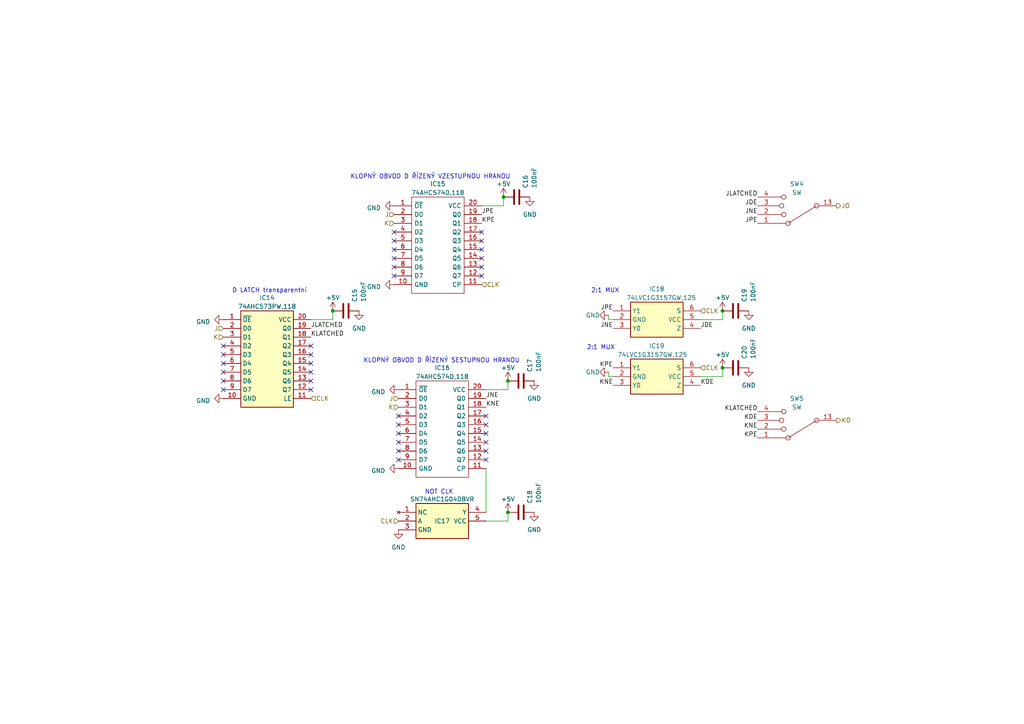
<source format=kicad_sch>
(kicad_sch
	(version 20231120)
	(generator "eeschema")
	(generator_version "8.0")
	(uuid "28b40a8d-1a77-49c8-8665-e8a1aeb545a3")
	(paper "A4")
	(lib_symbols
		(symbol "AAAAAAAAAA:74AHC573PW,118"
			(exclude_from_sim no)
			(in_bom yes)
			(on_board yes)
			(property "Reference" "IC"
				(at 21.59 7.62 0)
				(effects
					(font
						(size 1.27 1.27)
					)
					(justify left top)
				)
			)
			(property "Value" "74AHC573PW,118"
				(at 21.59 5.08 0)
				(effects
					(font
						(size 1.27 1.27)
					)
					(justify left top)
				)
			)
			(property "Footprint" "SOP65P640X110-20N"
				(at 21.59 -94.92 0)
				(effects
					(font
						(size 1.27 1.27)
					)
					(justify left top)
					(hide yes)
				)
			)
			(property "Datasheet" "https://assets.nexperia.com/documents/data-sheet/74AHC_AHCT573.pdf"
				(at 21.59 -194.92 0)
				(effects
					(font
						(size 1.27 1.27)
					)
					(justify left top)
					(hide yes)
				)
			)
			(property "Description" "74AHC(T)573 - Octal D-type transparant latch; 3-state@en-us"
				(at 0 0 0)
				(effects
					(font
						(size 1.27 1.27)
					)
					(hide yes)
				)
			)
			(property "Height" "1.1"
				(at 21.59 -394.92 0)
				(effects
					(font
						(size 1.27 1.27)
					)
					(justify left top)
					(hide yes)
				)
			)
			(property "TME Electronic Components Part Number" ""
				(at 21.59 -494.92 0)
				(effects
					(font
						(size 1.27 1.27)
					)
					(justify left top)
					(hide yes)
				)
			)
			(property "TME Electronic Components Price/Stock" ""
				(at 21.59 -594.92 0)
				(effects
					(font
						(size 1.27 1.27)
					)
					(justify left top)
					(hide yes)
				)
			)
			(property "Manufacturer_Name" "Nexperia"
				(at 21.59 -694.92 0)
				(effects
					(font
						(size 1.27 1.27)
					)
					(justify left top)
					(hide yes)
				)
			)
			(property "Manufacturer_Part_Number" "74AHC573PW,118"
				(at 21.59 -794.92 0)
				(effects
					(font
						(size 1.27 1.27)
					)
					(justify left top)
					(hide yes)
				)
			)
			(symbol "74AHC573PW,118_1_1"
				(rectangle
					(start 5.08 2.54)
					(end 20.32 -25.4)
					(stroke
						(width 0.254)
						(type default)
					)
					(fill
						(type background)
					)
				)
				(pin passive line
					(at 0 0 0)
					(length 5.08)
					(name "~{OE}"
						(effects
							(font
								(size 1.27 1.27)
							)
						)
					)
					(number "1"
						(effects
							(font
								(size 1.27 1.27)
							)
						)
					)
				)
				(pin passive line
					(at 0 -22.86 0)
					(length 5.08)
					(name "GND"
						(effects
							(font
								(size 1.27 1.27)
							)
						)
					)
					(number "10"
						(effects
							(font
								(size 1.27 1.27)
							)
						)
					)
				)
				(pin passive line
					(at 25.4 -22.86 180)
					(length 5.08)
					(name "LE"
						(effects
							(font
								(size 1.27 1.27)
							)
						)
					)
					(number "11"
						(effects
							(font
								(size 1.27 1.27)
							)
						)
					)
				)
				(pin passive line
					(at 25.4 -20.32 180)
					(length 5.08)
					(name "Q7"
						(effects
							(font
								(size 1.27 1.27)
							)
						)
					)
					(number "12"
						(effects
							(font
								(size 1.27 1.27)
							)
						)
					)
				)
				(pin passive line
					(at 25.4 -17.78 180)
					(length 5.08)
					(name "Q6"
						(effects
							(font
								(size 1.27 1.27)
							)
						)
					)
					(number "13"
						(effects
							(font
								(size 1.27 1.27)
							)
						)
					)
				)
				(pin passive line
					(at 25.4 -15.24 180)
					(length 5.08)
					(name "Q5"
						(effects
							(font
								(size 1.27 1.27)
							)
						)
					)
					(number "14"
						(effects
							(font
								(size 1.27 1.27)
							)
						)
					)
				)
				(pin passive line
					(at 25.4 -12.7 180)
					(length 5.08)
					(name "Q4"
						(effects
							(font
								(size 1.27 1.27)
							)
						)
					)
					(number "15"
						(effects
							(font
								(size 1.27 1.27)
							)
						)
					)
				)
				(pin passive line
					(at 25.4 -10.16 180)
					(length 5.08)
					(name "Q3"
						(effects
							(font
								(size 1.27 1.27)
							)
						)
					)
					(number "16"
						(effects
							(font
								(size 1.27 1.27)
							)
						)
					)
				)
				(pin passive line
					(at 25.4 -7.62 180)
					(length 5.08)
					(name "Q2"
						(effects
							(font
								(size 1.27 1.27)
							)
						)
					)
					(number "17"
						(effects
							(font
								(size 1.27 1.27)
							)
						)
					)
				)
				(pin passive line
					(at 25.4 -5.08 180)
					(length 5.08)
					(name "Q1"
						(effects
							(font
								(size 1.27 1.27)
							)
						)
					)
					(number "18"
						(effects
							(font
								(size 1.27 1.27)
							)
						)
					)
				)
				(pin passive line
					(at 25.4 -2.54 180)
					(length 5.08)
					(name "Q0"
						(effects
							(font
								(size 1.27 1.27)
							)
						)
					)
					(number "19"
						(effects
							(font
								(size 1.27 1.27)
							)
						)
					)
				)
				(pin passive line
					(at 0 -2.54 0)
					(length 5.08)
					(name "D0"
						(effects
							(font
								(size 1.27 1.27)
							)
						)
					)
					(number "2"
						(effects
							(font
								(size 1.27 1.27)
							)
						)
					)
				)
				(pin passive line
					(at 25.4 0 180)
					(length 5.08)
					(name "VCC"
						(effects
							(font
								(size 1.27 1.27)
							)
						)
					)
					(number "20"
						(effects
							(font
								(size 1.27 1.27)
							)
						)
					)
				)
				(pin passive line
					(at 0 -5.08 0)
					(length 5.08)
					(name "D1"
						(effects
							(font
								(size 1.27 1.27)
							)
						)
					)
					(number "3"
						(effects
							(font
								(size 1.27 1.27)
							)
						)
					)
				)
				(pin passive line
					(at 0 -7.62 0)
					(length 5.08)
					(name "D2"
						(effects
							(font
								(size 1.27 1.27)
							)
						)
					)
					(number "4"
						(effects
							(font
								(size 1.27 1.27)
							)
						)
					)
				)
				(pin passive line
					(at 0 -10.16 0)
					(length 5.08)
					(name "D3"
						(effects
							(font
								(size 1.27 1.27)
							)
						)
					)
					(number "5"
						(effects
							(font
								(size 1.27 1.27)
							)
						)
					)
				)
				(pin passive line
					(at 0 -12.7 0)
					(length 5.08)
					(name "D4"
						(effects
							(font
								(size 1.27 1.27)
							)
						)
					)
					(number "6"
						(effects
							(font
								(size 1.27 1.27)
							)
						)
					)
				)
				(pin passive line
					(at 0 -15.24 0)
					(length 5.08)
					(name "D5"
						(effects
							(font
								(size 1.27 1.27)
							)
						)
					)
					(number "7"
						(effects
							(font
								(size 1.27 1.27)
							)
						)
					)
				)
				(pin passive line
					(at 0 -17.78 0)
					(length 5.08)
					(name "D6"
						(effects
							(font
								(size 1.27 1.27)
							)
						)
					)
					(number "8"
						(effects
							(font
								(size 1.27 1.27)
							)
						)
					)
				)
				(pin passive line
					(at 0 -20.32 0)
					(length 5.08)
					(name "D7"
						(effects
							(font
								(size 1.27 1.27)
							)
						)
					)
					(number "9"
						(effects
							(font
								(size 1.27 1.27)
							)
						)
					)
				)
			)
		)
		(symbol "AAAAAAAAAA:74AHC574D,118"
			(pin_names
				(offset 0.762)
			)
			(exclude_from_sim no)
			(in_bom yes)
			(on_board yes)
			(property "Reference" "IC"
				(at 21.59 7.62 0)
				(effects
					(font
						(size 1.27 1.27)
					)
					(justify left)
				)
			)
			(property "Value" "74AHC574D,118"
				(at 21.59 5.08 0)
				(effects
					(font
						(size 1.27 1.27)
					)
					(justify left)
				)
			)
			(property "Footprint" "SOIC127P1032X265-20N"
				(at 21.59 2.54 0)
				(effects
					(font
						(size 1.27 1.27)
					)
					(justify left)
					(hide yes)
				)
			)
			(property "Datasheet" "https://assets.nexperia.com/documents/data-sheet/74AHC_AHCT574.pdf"
				(at 21.59 0 0)
				(effects
					(font
						(size 1.27 1.27)
					)
					(justify left)
					(hide yes)
				)
			)
			(property "Description" "74AHC(T)574 - Octal D-type flip-flop; positive edge-trigger; 3-state@en-us"
				(at 21.59 -2.54 0)
				(effects
					(font
						(size 1.27 1.27)
					)
					(justify left)
					(hide yes)
				)
			)
			(property "Height" "2.65"
				(at 21.59 -5.08 0)
				(effects
					(font
						(size 1.27 1.27)
					)
					(justify left)
					(hide yes)
				)
			)
			(property "TME Electronic Components Part Number" ""
				(at 21.59 -7.62 0)
				(effects
					(font
						(size 1.27 1.27)
					)
					(justify left)
					(hide yes)
				)
			)
			(property "TME Electronic Components Price/Stock" ""
				(at 21.59 -10.16 0)
				(effects
					(font
						(size 1.27 1.27)
					)
					(justify left)
					(hide yes)
				)
			)
			(property "Manufacturer_Name" "Nexperia"
				(at 21.59 -12.7 0)
				(effects
					(font
						(size 1.27 1.27)
					)
					(justify left)
					(hide yes)
				)
			)
			(property "Manufacturer_Part_Number" "74AHC574D,118"
				(at 21.59 -15.24 0)
				(effects
					(font
						(size 1.27 1.27)
					)
					(justify left)
					(hide yes)
				)
			)
			(symbol "74AHC574D,118_0_0"
				(pin passive line
					(at 0 0 0)
					(length 5.08)
					(name "~{OE}"
						(effects
							(font
								(size 1.27 1.27)
							)
						)
					)
					(number "1"
						(effects
							(font
								(size 1.27 1.27)
							)
						)
					)
				)
				(pin passive line
					(at 0 -22.86 0)
					(length 5.08)
					(name "GND"
						(effects
							(font
								(size 1.27 1.27)
							)
						)
					)
					(number "10"
						(effects
							(font
								(size 1.27 1.27)
							)
						)
					)
				)
				(pin passive line
					(at 25.4 -22.86 180)
					(length 5.08)
					(name "CP"
						(effects
							(font
								(size 1.27 1.27)
							)
						)
					)
					(number "11"
						(effects
							(font
								(size 1.27 1.27)
							)
						)
					)
				)
				(pin passive line
					(at 25.4 -20.32 180)
					(length 5.08)
					(name "Q7"
						(effects
							(font
								(size 1.27 1.27)
							)
						)
					)
					(number "12"
						(effects
							(font
								(size 1.27 1.27)
							)
						)
					)
				)
				(pin passive line
					(at 25.4 -17.78 180)
					(length 5.08)
					(name "Q6"
						(effects
							(font
								(size 1.27 1.27)
							)
						)
					)
					(number "13"
						(effects
							(font
								(size 1.27 1.27)
							)
						)
					)
				)
				(pin passive line
					(at 25.4 -15.24 180)
					(length 5.08)
					(name "Q5"
						(effects
							(font
								(size 1.27 1.27)
							)
						)
					)
					(number "14"
						(effects
							(font
								(size 1.27 1.27)
							)
						)
					)
				)
				(pin passive line
					(at 25.4 -12.7 180)
					(length 5.08)
					(name "Q4"
						(effects
							(font
								(size 1.27 1.27)
							)
						)
					)
					(number "15"
						(effects
							(font
								(size 1.27 1.27)
							)
						)
					)
				)
				(pin passive line
					(at 25.4 -10.16 180)
					(length 5.08)
					(name "Q3"
						(effects
							(font
								(size 1.27 1.27)
							)
						)
					)
					(number "16"
						(effects
							(font
								(size 1.27 1.27)
							)
						)
					)
				)
				(pin passive line
					(at 25.4 -7.62 180)
					(length 5.08)
					(name "Q2"
						(effects
							(font
								(size 1.27 1.27)
							)
						)
					)
					(number "17"
						(effects
							(font
								(size 1.27 1.27)
							)
						)
					)
				)
				(pin passive line
					(at 25.4 -5.08 180)
					(length 5.08)
					(name "Q1"
						(effects
							(font
								(size 1.27 1.27)
							)
						)
					)
					(number "18"
						(effects
							(font
								(size 1.27 1.27)
							)
						)
					)
				)
				(pin passive line
					(at 25.4 -2.54 180)
					(length 5.08)
					(name "Q0"
						(effects
							(font
								(size 1.27 1.27)
							)
						)
					)
					(number "19"
						(effects
							(font
								(size 1.27 1.27)
							)
						)
					)
				)
				(pin passive line
					(at 0 -2.54 0)
					(length 5.08)
					(name "D0"
						(effects
							(font
								(size 1.27 1.27)
							)
						)
					)
					(number "2"
						(effects
							(font
								(size 1.27 1.27)
							)
						)
					)
				)
				(pin passive line
					(at 25.4 0 180)
					(length 5.08)
					(name "VCC"
						(effects
							(font
								(size 1.27 1.27)
							)
						)
					)
					(number "20"
						(effects
							(font
								(size 1.27 1.27)
							)
						)
					)
				)
				(pin passive line
					(at 0 -5.08 0)
					(length 5.08)
					(name "D1"
						(effects
							(font
								(size 1.27 1.27)
							)
						)
					)
					(number "3"
						(effects
							(font
								(size 1.27 1.27)
							)
						)
					)
				)
				(pin passive line
					(at 0 -7.62 0)
					(length 5.08)
					(name "D2"
						(effects
							(font
								(size 1.27 1.27)
							)
						)
					)
					(number "4"
						(effects
							(font
								(size 1.27 1.27)
							)
						)
					)
				)
				(pin passive line
					(at 0 -10.16 0)
					(length 5.08)
					(name "D3"
						(effects
							(font
								(size 1.27 1.27)
							)
						)
					)
					(number "5"
						(effects
							(font
								(size 1.27 1.27)
							)
						)
					)
				)
				(pin passive line
					(at 0 -12.7 0)
					(length 5.08)
					(name "D4"
						(effects
							(font
								(size 1.27 1.27)
							)
						)
					)
					(number "6"
						(effects
							(font
								(size 1.27 1.27)
							)
						)
					)
				)
				(pin passive line
					(at 0 -15.24 0)
					(length 5.08)
					(name "D5"
						(effects
							(font
								(size 1.27 1.27)
							)
						)
					)
					(number "7"
						(effects
							(font
								(size 1.27 1.27)
							)
						)
					)
				)
				(pin passive line
					(at 0 -17.78 0)
					(length 5.08)
					(name "D6"
						(effects
							(font
								(size 1.27 1.27)
							)
						)
					)
					(number "8"
						(effects
							(font
								(size 1.27 1.27)
							)
						)
					)
				)
				(pin passive line
					(at 0 -20.32 0)
					(length 5.08)
					(name "D7"
						(effects
							(font
								(size 1.27 1.27)
							)
						)
					)
					(number "9"
						(effects
							(font
								(size 1.27 1.27)
							)
						)
					)
				)
			)
			(symbol "74AHC574D,118_0_1"
				(polyline
					(pts
						(xy 5.08 2.54) (xy 20.32 2.54) (xy 20.32 -25.4) (xy 5.08 -25.4) (xy 5.08 2.54)
					)
					(stroke
						(width 0.1524)
						(type solid)
					)
					(fill
						(type none)
					)
				)
			)
		)
		(symbol "AAAAAAAAAA:74LVC1G3157GW,125"
			(exclude_from_sim no)
			(in_bom yes)
			(on_board yes)
			(property "Reference" "IC"
				(at 21.59 7.62 0)
				(effects
					(font
						(size 1.27 1.27)
					)
					(justify left top)
				)
			)
			(property "Value" "74LVC1G3157GW,125"
				(at 21.59 5.08 0)
				(effects
					(font
						(size 1.27 1.27)
					)
					(justify left top)
				)
			)
			(property "Footprint" "74LVC1G3157GW125"
				(at 21.59 -94.92 0)
				(effects
					(font
						(size 1.27 1.27)
					)
					(justify left top)
					(hide yes)
				)
			)
			(property "Datasheet" "https://assets.nexperia.com/documents/data-sheet/74LVC1G3157.pdf"
				(at 21.59 -194.92 0)
				(effects
					(font
						(size 1.27 1.27)
					)
					(justify left top)
					(hide yes)
				)
			)
			(property "Description" "Nexperia 74LVC1G3157GW,125, Multiplexer Single 2:1, 3.3 V, 6-Pin TSSOP"
				(at 0 0 0)
				(effects
					(font
						(size 1.27 1.27)
					)
					(hide yes)
				)
			)
			(property "Height" "1.1"
				(at 21.59 -394.92 0)
				(effects
					(font
						(size 1.27 1.27)
					)
					(justify left top)
					(hide yes)
				)
			)
			(property "TME Electronic Components Part Number" ""
				(at 21.59 -494.92 0)
				(effects
					(font
						(size 1.27 1.27)
					)
					(justify left top)
					(hide yes)
				)
			)
			(property "TME Electronic Components Price/Stock" ""
				(at 21.59 -594.92 0)
				(effects
					(font
						(size 1.27 1.27)
					)
					(justify left top)
					(hide yes)
				)
			)
			(property "Manufacturer_Name" "Nexperia"
				(at 21.59 -694.92 0)
				(effects
					(font
						(size 1.27 1.27)
					)
					(justify left top)
					(hide yes)
				)
			)
			(property "Manufacturer_Part_Number" "74LVC1G3157GW,125"
				(at 21.59 -794.92 0)
				(effects
					(font
						(size 1.27 1.27)
					)
					(justify left top)
					(hide yes)
				)
			)
			(symbol "74LVC1G3157GW,125_1_1"
				(rectangle
					(start 5.08 2.54)
					(end 20.32 -7.62)
					(stroke
						(width 0.254)
						(type default)
					)
					(fill
						(type background)
					)
				)
				(pin passive line
					(at 0 0 0)
					(length 5.08)
					(name "Y1"
						(effects
							(font
								(size 1.27 1.27)
							)
						)
					)
					(number "1"
						(effects
							(font
								(size 1.27 1.27)
							)
						)
					)
				)
				(pin passive line
					(at 0 -2.54 0)
					(length 5.08)
					(name "GND"
						(effects
							(font
								(size 1.27 1.27)
							)
						)
					)
					(number "2"
						(effects
							(font
								(size 1.27 1.27)
							)
						)
					)
				)
				(pin passive line
					(at 0 -5.08 0)
					(length 5.08)
					(name "Y0"
						(effects
							(font
								(size 1.27 1.27)
							)
						)
					)
					(number "3"
						(effects
							(font
								(size 1.27 1.27)
							)
						)
					)
				)
				(pin passive line
					(at 25.4 -5.08 180)
					(length 5.08)
					(name "Z"
						(effects
							(font
								(size 1.27 1.27)
							)
						)
					)
					(number "4"
						(effects
							(font
								(size 1.27 1.27)
							)
						)
					)
				)
				(pin passive line
					(at 25.4 -2.54 180)
					(length 5.08)
					(name "VCC"
						(effects
							(font
								(size 1.27 1.27)
							)
						)
					)
					(number "5"
						(effects
							(font
								(size 1.27 1.27)
							)
						)
					)
				)
				(pin passive line
					(at 25.4 0 180)
					(length 5.08)
					(name "S"
						(effects
							(font
								(size 1.27 1.27)
							)
						)
					)
					(number "6"
						(effects
							(font
								(size 1.27 1.27)
							)
						)
					)
				)
			)
		)
		(symbol "AAAAAAAAAA:SN74AHC1G04DBVR"
			(exclude_from_sim no)
			(in_bom yes)
			(on_board yes)
			(property "Reference" "IC"
				(at 21.59 7.62 0)
				(effects
					(font
						(size 1.27 1.27)
					)
					(justify left top)
				)
			)
			(property "Value" "SN74AHC1G04DBVR"
				(at 21.59 5.08 0)
				(effects
					(font
						(size 1.27 1.27)
					)
					(justify left top)
				)
			)
			(property "Footprint" "SOT95P280X145-5N"
				(at 21.59 -94.92 0)
				(effects
					(font
						(size 1.27 1.27)
					)
					(justify left top)
					(hide yes)
				)
			)
			(property "Datasheet" "https://datasheet.datasheetarchive.com/originals/distributors/SFDatasheet-6/sf-000129664.pdf"
				(at 21.59 -194.92 0)
				(effects
					(font
						(size 1.27 1.27)
					)
					(justify left top)
					(hide yes)
				)
			)
			(property "Description" "SN74AHC1G04 Single Schmitt-Trigger Inverter Gate"
				(at 0 0 0)
				(effects
					(font
						(size 1.27 1.27)
					)
					(hide yes)
				)
			)
			(property "Height" "1.45"
				(at 21.59 -394.92 0)
				(effects
					(font
						(size 1.27 1.27)
					)
					(justify left top)
					(hide yes)
				)
			)
			(property "TME Electronic Components Part Number" ""
				(at 21.59 -494.92 0)
				(effects
					(font
						(size 1.27 1.27)
					)
					(justify left top)
					(hide yes)
				)
			)
			(property "TME Electronic Components Price/Stock" ""
				(at 21.59 -594.92 0)
				(effects
					(font
						(size 1.27 1.27)
					)
					(justify left top)
					(hide yes)
				)
			)
			(property "Manufacturer_Name" "Texas Instruments"
				(at 21.59 -694.92 0)
				(effects
					(font
						(size 1.27 1.27)
					)
					(justify left top)
					(hide yes)
				)
			)
			(property "Manufacturer_Part_Number" "SN74AHC1G04DBVR"
				(at 21.59 -794.92 0)
				(effects
					(font
						(size 1.27 1.27)
					)
					(justify left top)
					(hide yes)
				)
			)
			(symbol "SN74AHC1G04DBVR_1_1"
				(rectangle
					(start 5.08 2.54)
					(end 20.32 -7.62)
					(stroke
						(width 0.254)
						(type default)
					)
					(fill
						(type background)
					)
				)
				(pin no_connect line
					(at 0 0 0)
					(length 5.08)
					(name "NC"
						(effects
							(font
								(size 1.27 1.27)
							)
						)
					)
					(number "1"
						(effects
							(font
								(size 1.27 1.27)
							)
						)
					)
				)
				(pin passive line
					(at 0 -2.54 0)
					(length 5.08)
					(name "A"
						(effects
							(font
								(size 1.27 1.27)
							)
						)
					)
					(number "2"
						(effects
							(font
								(size 1.27 1.27)
							)
						)
					)
				)
				(pin power_in line
					(at 0 -5.08 0)
					(length 5.08)
					(name "GND"
						(effects
							(font
								(size 1.27 1.27)
							)
						)
					)
					(number "3"
						(effects
							(font
								(size 1.27 1.27)
							)
						)
					)
				)
				(pin passive line
					(at 25.4 0 180)
					(length 5.08)
					(name "Y"
						(effects
							(font
								(size 1.27 1.27)
							)
						)
					)
					(number "4"
						(effects
							(font
								(size 1.27 1.27)
							)
						)
					)
				)
				(pin power_in line
					(at 25.4 -2.54 180)
					(length 5.08)
					(name "VCC"
						(effects
							(font
								(size 1.27 1.27)
							)
						)
					)
					(number "5"
						(effects
							(font
								(size 1.27 1.27)
							)
						)
					)
				)
			)
		)
		(symbol "AAAAAAAAAA:SWITCH_ON-ON-ON-ON"
			(pin_names
				(offset 1.016) hide)
			(exclude_from_sim no)
			(in_bom yes)
			(on_board yes)
			(property "Reference" "SW"
				(at 0 20.32 0)
				(effects
					(font
						(size 1.27 1.27)
					)
				)
			)
			(property "Value" "SW_Rotary3x4"
				(at 1.27 7.62 0)
				(effects
					(font
						(size 1.27 1.27)
					)
				)
			)
			(property "Footprint" ""
				(at -2.54 20.32 0)
				(effects
					(font
						(size 1.27 1.27)
					)
					(hide yes)
				)
			)
			(property "Datasheet" "ON-ON-ON-ON"
				(at -2.54 20.32 0)
				(effects
					(font
						(size 1.27 1.27)
					)
					(hide yes)
				)
			)
			(property "Description" "3 rotary switches with 4 positions"
				(at 0 0 0)
				(effects
					(font
						(size 1.27 1.27)
					)
					(hide yes)
				)
			)
			(property "ki_keywords" "rotary switch"
				(at 0 0 0)
				(effects
					(font
						(size 1.27 1.27)
					)
					(hide yes)
				)
			)
			(symbol "SWITCH_ON-ON-ON-ON_0_0"
				(circle
					(center -4.445 12.7)
					(radius 0.635)
					(stroke
						(width 0)
						(type default)
					)
					(fill
						(type none)
					)
				)
				(polyline
					(pts
						(xy -4.445 12.7) (xy 3.81 17.78)
					)
					(stroke
						(width 0)
						(type default)
					)
					(fill
						(type none)
					)
				)
				(polyline
					(pts
						(xy 4.445 17.78) (xy 7.62 17.78)
					)
					(stroke
						(width 0)
						(type default)
					)
					(fill
						(type none)
					)
				)
				(polyline
					(pts
						(xy 5.715 10.16) (xy 7.62 10.16)
					)
					(stroke
						(width 0)
						(type default)
					)
					(fill
						(type none)
					)
				)
				(polyline
					(pts
						(xy 5.715 15.24) (xy 7.62 15.24)
					)
					(stroke
						(width 0)
						(type default)
					)
					(fill
						(type none)
					)
				)
				(polyline
					(pts
						(xy 6.35 12.7) (xy 7.62 12.7)
					)
					(stroke
						(width 0)
						(type default)
					)
					(fill
						(type none)
					)
				)
				(circle
					(center 3.81 17.78)
					(radius 0.635)
					(stroke
						(width 0)
						(type default)
					)
					(fill
						(type none)
					)
				)
				(circle
					(center 5.08 10.16)
					(radius 0.635)
					(stroke
						(width 0)
						(type default)
					)
					(fill
						(type none)
					)
				)
				(circle
					(center 5.08 15.24)
					(radius 0.635)
					(stroke
						(width 0)
						(type default)
					)
					(fill
						(type none)
					)
				)
				(circle
					(center 5.715 12.7)
					(radius 0.635)
					(stroke
						(width 0)
						(type default)
					)
					(fill
						(type none)
					)
				)
			)
			(symbol "SWITCH_ON-ON-ON-ON_0_1"
				(pin passive line
					(at 12.7 17.78 180)
					(length 5.08)
					(name "1"
						(effects
							(font
								(size 1.27 1.27)
							)
						)
					)
					(number "1"
						(effects
							(font
								(size 1.27 1.27)
							)
						)
					)
				)
				(pin passive line
					(at -10.16 12.7 0)
					(length 5.08)
					(name "13"
						(effects
							(font
								(size 1.27 1.27)
							)
						)
					)
					(number "13"
						(effects
							(font
								(size 1.27 1.27)
							)
						)
					)
				)
				(pin passive line
					(at 12.7 15.24 180)
					(length 5.08)
					(name "2"
						(effects
							(font
								(size 1.27 1.27)
							)
						)
					)
					(number "2"
						(effects
							(font
								(size 1.27 1.27)
							)
						)
					)
				)
				(pin passive line
					(at 12.7 12.7 180)
					(length 5.08)
					(name "3"
						(effects
							(font
								(size 1.27 1.27)
							)
						)
					)
					(number "3"
						(effects
							(font
								(size 1.27 1.27)
							)
						)
					)
				)
				(pin passive line
					(at 12.7 10.16 180)
					(length 5.08)
					(name "4"
						(effects
							(font
								(size 1.27 1.27)
							)
						)
					)
					(number "4"
						(effects
							(font
								(size 1.27 1.27)
							)
						)
					)
				)
			)
		)
		(symbol "Device:C"
			(pin_numbers hide)
			(pin_names
				(offset 0.254)
			)
			(exclude_from_sim no)
			(in_bom yes)
			(on_board yes)
			(property "Reference" "C"
				(at 0.635 2.54 0)
				(effects
					(font
						(size 1.27 1.27)
					)
					(justify left)
				)
			)
			(property "Value" "C"
				(at 0.635 -2.54 0)
				(effects
					(font
						(size 1.27 1.27)
					)
					(justify left)
				)
			)
			(property "Footprint" ""
				(at 0.9652 -3.81 0)
				(effects
					(font
						(size 1.27 1.27)
					)
					(hide yes)
				)
			)
			(property "Datasheet" "~"
				(at 0 0 0)
				(effects
					(font
						(size 1.27 1.27)
					)
					(hide yes)
				)
			)
			(property "Description" "Unpolarized capacitor"
				(at 0 0 0)
				(effects
					(font
						(size 1.27 1.27)
					)
					(hide yes)
				)
			)
			(property "ki_keywords" "cap capacitor"
				(at 0 0 0)
				(effects
					(font
						(size 1.27 1.27)
					)
					(hide yes)
				)
			)
			(property "ki_fp_filters" "C_*"
				(at 0 0 0)
				(effects
					(font
						(size 1.27 1.27)
					)
					(hide yes)
				)
			)
			(symbol "C_0_1"
				(polyline
					(pts
						(xy -2.032 -0.762) (xy 2.032 -0.762)
					)
					(stroke
						(width 0.508)
						(type default)
					)
					(fill
						(type none)
					)
				)
				(polyline
					(pts
						(xy -2.032 0.762) (xy 2.032 0.762)
					)
					(stroke
						(width 0.508)
						(type default)
					)
					(fill
						(type none)
					)
				)
			)
			(symbol "C_1_1"
				(pin passive line
					(at 0 3.81 270)
					(length 2.794)
					(name "~"
						(effects
							(font
								(size 1.27 1.27)
							)
						)
					)
					(number "1"
						(effects
							(font
								(size 1.27 1.27)
							)
						)
					)
				)
				(pin passive line
					(at 0 -3.81 90)
					(length 2.794)
					(name "~"
						(effects
							(font
								(size 1.27 1.27)
							)
						)
					)
					(number "2"
						(effects
							(font
								(size 1.27 1.27)
							)
						)
					)
				)
			)
		)
		(symbol "power:+5V"
			(power)
			(pin_names
				(offset 0)
			)
			(exclude_from_sim no)
			(in_bom yes)
			(on_board yes)
			(property "Reference" "#PWR"
				(at 0 -3.81 0)
				(effects
					(font
						(size 1.27 1.27)
					)
					(hide yes)
				)
			)
			(property "Value" "+5V"
				(at 0 3.556 0)
				(effects
					(font
						(size 1.27 1.27)
					)
				)
			)
			(property "Footprint" ""
				(at 0 0 0)
				(effects
					(font
						(size 1.27 1.27)
					)
					(hide yes)
				)
			)
			(property "Datasheet" ""
				(at 0 0 0)
				(effects
					(font
						(size 1.27 1.27)
					)
					(hide yes)
				)
			)
			(property "Description" "Power symbol creates a global label with name \"+5V\""
				(at 0 0 0)
				(effects
					(font
						(size 1.27 1.27)
					)
					(hide yes)
				)
			)
			(property "ki_keywords" "global power"
				(at 0 0 0)
				(effects
					(font
						(size 1.27 1.27)
					)
					(hide yes)
				)
			)
			(symbol "+5V_0_1"
				(polyline
					(pts
						(xy -0.762 1.27) (xy 0 2.54)
					)
					(stroke
						(width 0)
						(type default)
					)
					(fill
						(type none)
					)
				)
				(polyline
					(pts
						(xy 0 0) (xy 0 2.54)
					)
					(stroke
						(width 0)
						(type default)
					)
					(fill
						(type none)
					)
				)
				(polyline
					(pts
						(xy 0 2.54) (xy 0.762 1.27)
					)
					(stroke
						(width 0)
						(type default)
					)
					(fill
						(type none)
					)
				)
			)
			(symbol "+5V_1_1"
				(pin power_in line
					(at 0 0 90)
					(length 0) hide
					(name "+5V"
						(effects
							(font
								(size 1.27 1.27)
							)
						)
					)
					(number "1"
						(effects
							(font
								(size 1.27 1.27)
							)
						)
					)
				)
			)
		)
		(symbol "power:GND"
			(power)
			(pin_names
				(offset 0)
			)
			(exclude_from_sim no)
			(in_bom yes)
			(on_board yes)
			(property "Reference" "#PWR"
				(at 0 -6.35 0)
				(effects
					(font
						(size 1.27 1.27)
					)
					(hide yes)
				)
			)
			(property "Value" "GND"
				(at 0 -3.81 0)
				(effects
					(font
						(size 1.27 1.27)
					)
				)
			)
			(property "Footprint" ""
				(at 0 0 0)
				(effects
					(font
						(size 1.27 1.27)
					)
					(hide yes)
				)
			)
			(property "Datasheet" ""
				(at 0 0 0)
				(effects
					(font
						(size 1.27 1.27)
					)
					(hide yes)
				)
			)
			(property "Description" "Power symbol creates a global label with name \"GND\" , ground"
				(at 0 0 0)
				(effects
					(font
						(size 1.27 1.27)
					)
					(hide yes)
				)
			)
			(property "ki_keywords" "global power"
				(at 0 0 0)
				(effects
					(font
						(size 1.27 1.27)
					)
					(hide yes)
				)
			)
			(symbol "GND_0_1"
				(polyline
					(pts
						(xy 0 0) (xy 0 -1.27) (xy 1.27 -1.27) (xy 0 -2.54) (xy -1.27 -1.27) (xy 0 -1.27)
					)
					(stroke
						(width 0)
						(type default)
					)
					(fill
						(type none)
					)
				)
			)
			(symbol "GND_1_1"
				(pin power_in line
					(at 0 0 270)
					(length 0) hide
					(name "GND"
						(effects
							(font
								(size 1.27 1.27)
							)
						)
					)
					(number "1"
						(effects
							(font
								(size 1.27 1.27)
							)
						)
					)
				)
			)
		)
	)
	(junction
		(at 146.05 57.15)
		(diameter 0)
		(color 0 0 0 0)
		(uuid "16c570f3-b8b1-4365-a67b-695bc5de7534")
	)
	(junction
		(at 147.32 148.59)
		(diameter 0)
		(color 0 0 0 0)
		(uuid "41ebc404-04f1-4b11-bd72-da2a2a6ba9c5")
	)
	(junction
		(at 147.32 110.49)
		(diameter 0)
		(color 0 0 0 0)
		(uuid "636e6d5f-8d34-4328-8483-78f22ad0352d")
	)
	(junction
		(at 209.55 90.17)
		(diameter 0)
		(color 0 0 0 0)
		(uuid "70a1c2d3-f0a9-46ba-a59f-dff1ebb370c6")
	)
	(junction
		(at 96.52 90.17)
		(diameter 0)
		(color 0 0 0 0)
		(uuid "b822b003-7c53-4231-8ff1-e1b3880b16a4")
	)
	(junction
		(at 209.55 106.68)
		(diameter 0)
		(color 0 0 0 0)
		(uuid "c71bbe2d-fade-4611-ba23-62753fa43dd4")
	)
	(no_connect
		(at 114.3 77.47)
		(uuid "05187935-c788-430f-a404-5479a6c3a68e")
	)
	(no_connect
		(at 140.97 120.65)
		(uuid "068d82e2-a14f-4d4a-b22e-67187242b805")
	)
	(no_connect
		(at 64.77 113.03)
		(uuid "26ecd17c-3a47-4e9f-b0b9-356f46a67d58")
	)
	(no_connect
		(at 139.7 72.39)
		(uuid "2e7df736-8685-4f8e-b14c-7c001bf3dbaa")
	)
	(no_connect
		(at 140.97 133.35)
		(uuid "390a41d5-b9fb-43d2-9933-78adabd5f481")
	)
	(no_connect
		(at 139.7 77.47)
		(uuid "3a379324-f607-423f-878b-6c31ae0231c0")
	)
	(no_connect
		(at 139.7 80.01)
		(uuid "43c910b3-c903-414b-b682-c57b00c4383b")
	)
	(no_connect
		(at 90.17 113.03)
		(uuid "4628fb8a-6455-441a-9992-a7a8fa7f6c8c")
	)
	(no_connect
		(at 114.3 67.31)
		(uuid "481d9199-1f15-452d-a6de-10801bb8f1ad")
	)
	(no_connect
		(at 90.17 102.87)
		(uuid "4899687e-95d3-425c-9f43-ac52ee5bd778")
	)
	(no_connect
		(at 90.17 100.33)
		(uuid "524589fc-0ea0-43a0-9b2c-75492225c72e")
	)
	(no_connect
		(at 140.97 125.73)
		(uuid "554ecd70-a481-45c2-9451-e82a86060c75")
	)
	(no_connect
		(at 64.77 102.87)
		(uuid "60d1a791-cd40-4f13-b862-5f0c111b5f8f")
	)
	(no_connect
		(at 115.57 125.73)
		(uuid "6c37c328-ed66-4136-9416-51917ab43de4")
	)
	(no_connect
		(at 140.97 130.81)
		(uuid "77258a28-4145-4cb4-85c4-3250cbeaeb9e")
	)
	(no_connect
		(at 64.77 100.33)
		(uuid "7deae10a-ba28-41a5-93e8-672c98bbbb14")
	)
	(no_connect
		(at 115.57 128.27)
		(uuid "7ff460dd-936c-4d0c-b365-cdf04b18097d")
	)
	(no_connect
		(at 115.57 120.65)
		(uuid "80ceafde-24d8-4dbb-a22b-38963457fb23")
	)
	(no_connect
		(at 139.7 74.93)
		(uuid "80fa03ce-7139-4154-831c-c40a368c7c31")
	)
	(no_connect
		(at 90.17 105.41)
		(uuid "89f07440-9aee-487f-8496-c27ccb033080")
	)
	(no_connect
		(at 114.3 72.39)
		(uuid "8a6fb759-e536-467c-bf2d-471e4c990052")
	)
	(no_connect
		(at 140.97 128.27)
		(uuid "9065931d-3034-426f-9ec0-770d9744c670")
	)
	(no_connect
		(at 64.77 110.49)
		(uuid "9cfdb0e1-1f66-42c8-a860-cc1d5a40a234")
	)
	(no_connect
		(at 114.3 80.01)
		(uuid "a9f24238-e282-460a-a353-079eed287288")
	)
	(no_connect
		(at 90.17 110.49)
		(uuid "b6181092-ada0-42c5-b307-ee0079fad942")
	)
	(no_connect
		(at 64.77 105.41)
		(uuid "b7f1613d-3055-4e52-a107-77ab4fe0d502")
	)
	(no_connect
		(at 114.3 74.93)
		(uuid "c91a0211-2f65-4809-8d2e-5b165692b728")
	)
	(no_connect
		(at 139.7 67.31)
		(uuid "c9251e9b-fb28-4636-88a0-90c259a79249")
	)
	(no_connect
		(at 90.17 107.95)
		(uuid "cd368b39-fd92-4847-87de-26dd9e7d806b")
	)
	(no_connect
		(at 64.77 107.95)
		(uuid "cd4849dd-ec8b-4dfc-a2eb-035cccce875c")
	)
	(no_connect
		(at 115.57 130.81)
		(uuid "cee30931-da01-4a32-b9c6-f9d4c04e5d05")
	)
	(no_connect
		(at 139.7 69.85)
		(uuid "d44c2f3f-3526-4c69-afdd-d7fbf0b33b09")
	)
	(no_connect
		(at 115.57 123.19)
		(uuid "d506bd99-e4e3-43eb-b012-b7d922f128ee")
	)
	(no_connect
		(at 140.97 123.19)
		(uuid "ecb08f3c-bbab-470a-be42-3b32a4b0a728")
	)
	(no_connect
		(at 114.3 69.85)
		(uuid "f15207b0-63f8-4566-9d3f-9d29675569cb")
	)
	(no_connect
		(at 115.57 133.35)
		(uuid "f715d5ba-3408-4aa7-bca4-2b87ba13d2d9")
	)
	(wire
		(pts
			(xy 176.53 107.95) (xy 176.53 109.22)
		)
		(stroke
			(width 0)
			(type default)
		)
		(uuid "2439d111-6774-4dda-8096-e2ee4f5c3431")
	)
	(wire
		(pts
			(xy 176.53 91.44) (xy 176.53 92.71)
		)
		(stroke
			(width 0)
			(type default)
		)
		(uuid "24bdf505-5e64-4aa8-ad19-ba0aa46f401e")
	)
	(wire
		(pts
			(xy 96.52 92.71) (xy 90.17 92.71)
		)
		(stroke
			(width 0)
			(type default)
		)
		(uuid "35fe3213-135f-4489-9cef-8cc61f478283")
	)
	(wire
		(pts
			(xy 140.97 135.89) (xy 140.97 148.59)
		)
		(stroke
			(width 0)
			(type default)
		)
		(uuid "42e71111-4f78-4394-9276-8d255b8d788c")
	)
	(wire
		(pts
			(xy 146.05 59.69) (xy 139.7 59.69)
		)
		(stroke
			(width 0)
			(type default)
		)
		(uuid "51341e50-daab-4d8a-91f2-c172a9ac1725")
	)
	(wire
		(pts
			(xy 147.32 113.03) (xy 140.97 113.03)
		)
		(stroke
			(width 0)
			(type default)
		)
		(uuid "538b7173-4296-49a0-a55e-d5e57ee990d1")
	)
	(wire
		(pts
			(xy 176.53 109.22) (xy 177.8 109.22)
		)
		(stroke
			(width 0)
			(type default)
		)
		(uuid "62f46570-c3b5-43fd-bda3-90c017e68e9b")
	)
	(wire
		(pts
			(xy 209.55 90.17) (xy 209.55 92.71)
		)
		(stroke
			(width 0)
			(type default)
		)
		(uuid "6bffb2e6-fd5d-44d6-95b6-1af4ec9a78ac")
	)
	(wire
		(pts
			(xy 147.32 148.59) (xy 147.32 151.13)
		)
		(stroke
			(width 0)
			(type default)
		)
		(uuid "6f85da70-f653-438c-bd69-76daa1734ef1")
	)
	(wire
		(pts
			(xy 209.55 92.71) (xy 203.2 92.71)
		)
		(stroke
			(width 0)
			(type default)
		)
		(uuid "7365560e-df4d-4d16-a594-a8845a527d16")
	)
	(wire
		(pts
			(xy 146.05 57.15) (xy 146.05 59.69)
		)
		(stroke
			(width 0)
			(type default)
		)
		(uuid "a1f69ff8-8457-4ddc-98dd-09bde661dfba")
	)
	(wire
		(pts
			(xy 96.52 90.17) (xy 96.52 92.71)
		)
		(stroke
			(width 0)
			(type default)
		)
		(uuid "b5183ca6-717c-4729-bcae-6aa684d6cc7c")
	)
	(wire
		(pts
			(xy 209.55 106.68) (xy 209.55 109.22)
		)
		(stroke
			(width 0)
			(type default)
		)
		(uuid "b5edbc41-49bd-4a6f-bdcb-8d9dd1d2c5c2")
	)
	(wire
		(pts
			(xy 209.55 109.22) (xy 203.2 109.22)
		)
		(stroke
			(width 0)
			(type default)
		)
		(uuid "cb5073d1-521d-40da-81d4-015851bbfcbb")
	)
	(wire
		(pts
			(xy 176.53 92.71) (xy 177.8 92.71)
		)
		(stroke
			(width 0)
			(type default)
		)
		(uuid "df43b5e3-b30a-4479-968a-cfc88d08cd96")
	)
	(wire
		(pts
			(xy 147.32 151.13) (xy 140.97 151.13)
		)
		(stroke
			(width 0)
			(type default)
		)
		(uuid "e5de6d3b-bca8-42a9-8176-57359bc78517")
	)
	(wire
		(pts
			(xy 147.32 110.49) (xy 147.32 113.03)
		)
		(stroke
			(width 0)
			(type default)
		)
		(uuid "eb9f6a7d-2848-477a-92b8-c625ca6a857f")
	)
	(text "KLOPNÝ OBVOD D ŘÍZENÝ VZESTUPNOU HRANOU"
		(exclude_from_sim no)
		(at 101.6 52.07 0)
		(effects
			(font
				(size 1.27 1.27)
			)
			(justify left bottom)
		)
		(uuid "0c158299-bf72-4f5d-a897-ce179b335e94")
	)
	(text "2:1 MUX"
		(exclude_from_sim no)
		(at 170.18 101.6 0)
		(effects
			(font
				(size 1.27 1.27)
			)
			(justify left bottom)
		)
		(uuid "2f2176c9-c69e-41bd-84be-6143cafebac1")
	)
	(text "2:1 MUX"
		(exclude_from_sim no)
		(at 171.45 85.09 0)
		(effects
			(font
				(size 1.27 1.27)
			)
			(justify left bottom)
		)
		(uuid "44391178-6d41-4b65-be4f-e9d79167a2b7")
	)
	(text "KLOPNÝ OBVOD D ŘÍZENÝ SESTUPNOU HRANOU"
		(exclude_from_sim no)
		(at 105.41 105.41 0)
		(effects
			(font
				(size 1.27 1.27)
			)
			(justify left bottom)
		)
		(uuid "59784ff5-bc0e-4b4e-9932-9057907fa779")
	)
	(text "NOT CLK"
		(exclude_from_sim no)
		(at 123.19 143.51 0)
		(effects
			(font
				(size 1.27 1.27)
			)
			(justify left bottom)
		)
		(uuid "b1865664-95e3-48ea-924f-a4eee0ef6dd5")
	)
	(text "D LATCH transparentní"
		(exclude_from_sim no)
		(at 67.31 85.09 0)
		(effects
			(font
				(size 1.27 1.27)
			)
			(justify left bottom)
		)
		(uuid "d449be10-01b0-44ce-871e-4e34297405be")
	)
	(label "JPE"
		(at 219.71 64.77 180)
		(fields_autoplaced yes)
		(effects
			(font
				(size 1.27 1.27)
			)
			(justify right bottom)
		)
		(uuid "1e51c588-4502-4964-8ddf-7fd13cbaab09")
	)
	(label "KDE"
		(at 219.71 121.92 180)
		(fields_autoplaced yes)
		(effects
			(font
				(size 1.27 1.27)
			)
			(justify right bottom)
		)
		(uuid "3697d729-4dc9-49b3-9eee-b6453cc5807e")
	)
	(label "JNE"
		(at 177.8 95.25 180)
		(fields_autoplaced yes)
		(effects
			(font
				(size 1.27 1.27)
			)
			(justify right bottom)
		)
		(uuid "398717bc-1bab-4687-8a5c-261941e4e323")
	)
	(label "KNE"
		(at 219.71 124.46 180)
		(fields_autoplaced yes)
		(effects
			(font
				(size 1.27 1.27)
			)
			(justify right bottom)
		)
		(uuid "51d5af67-95cd-4c56-a9f6-45f71563fde6")
	)
	(label "KLATCHED"
		(at 219.71 119.38 180)
		(fields_autoplaced yes)
		(effects
			(font
				(size 1.27 1.27)
			)
			(justify right bottom)
		)
		(uuid "5258a31a-ec71-4ac1-af02-eb75b9511282")
	)
	(label "JPE"
		(at 139.7 62.23 0)
		(fields_autoplaced yes)
		(effects
			(font
				(size 1.27 1.27)
			)
			(justify left bottom)
		)
		(uuid "5b5acb44-d61d-4ffc-9c56-d4bd29bf6f38")
	)
	(label "JDE"
		(at 219.71 59.69 180)
		(fields_autoplaced yes)
		(effects
			(font
				(size 1.27 1.27)
			)
			(justify right bottom)
		)
		(uuid "757bc5a7-3edb-43b0-afd8-68d1207f0100")
	)
	(label "KPE"
		(at 219.71 127 180)
		(fields_autoplaced yes)
		(effects
			(font
				(size 1.27 1.27)
			)
			(justify right bottom)
		)
		(uuid "76fcb583-450c-4d9d-b0d2-73d3794f7ae0")
	)
	(label "JLATCHED"
		(at 90.17 95.25 0)
		(fields_autoplaced yes)
		(effects
			(font
				(size 1.27 1.27)
			)
			(justify left bottom)
		)
		(uuid "7dad5d4b-909b-4585-aecf-5b4923284323")
	)
	(label "KNE"
		(at 140.97 118.11 0)
		(fields_autoplaced yes)
		(effects
			(font
				(size 1.27 1.27)
			)
			(justify left bottom)
		)
		(uuid "8053a547-dbd1-4486-9495-c2829e2d099d")
	)
	(label "KNE"
		(at 177.8 111.76 180)
		(fields_autoplaced yes)
		(effects
			(font
				(size 1.27 1.27)
			)
			(justify right bottom)
		)
		(uuid "9d1280f9-4892-4e82-a4dc-ab186b393dcf")
	)
	(label "KDE"
		(at 203.2 111.76 0)
		(fields_autoplaced yes)
		(effects
			(font
				(size 1.27 1.27)
			)
			(justify left bottom)
		)
		(uuid "a931d05e-d3c4-4a16-b814-ed188e123969")
	)
	(label "JLATCHED"
		(at 219.71 57.15 180)
		(fields_autoplaced yes)
		(effects
			(font
				(size 1.27 1.27)
			)
			(justify right bottom)
		)
		(uuid "aa58702f-e405-47ed-9b97-770539c7c800")
	)
	(label "JDE"
		(at 203.2 95.25 0)
		(fields_autoplaced yes)
		(effects
			(font
				(size 1.27 1.27)
			)
			(justify left bottom)
		)
		(uuid "b28a6019-1633-4159-951b-458ca495703c")
	)
	(label "KPE"
		(at 139.7 64.77 0)
		(fields_autoplaced yes)
		(effects
			(font
				(size 1.27 1.27)
			)
			(justify left bottom)
		)
		(uuid "bb057b77-08c8-469e-bccf-155256a5b667")
	)
	(label "JPE"
		(at 177.8 90.17 180)
		(fields_autoplaced yes)
		(effects
			(font
				(size 1.27 1.27)
			)
			(justify right bottom)
		)
		(uuid "c1786885-d66a-4f65-bd5e-42ce60de4177")
	)
	(label "KLATCHED"
		(at 90.17 97.79 0)
		(fields_autoplaced yes)
		(effects
			(font
				(size 1.27 1.27)
			)
			(justify left bottom)
		)
		(uuid "c778648c-db79-4da5-8ccc-749945cc76a4")
	)
	(label "KPE"
		(at 177.8 106.68 180)
		(fields_autoplaced yes)
		(effects
			(font
				(size 1.27 1.27)
			)
			(justify right bottom)
		)
		(uuid "c9f2de90-f4ee-4657-b33d-f1248db59cd0")
	)
	(label "JNE"
		(at 140.97 115.57 0)
		(fields_autoplaced yes)
		(effects
			(font
				(size 1.27 1.27)
			)
			(justify left bottom)
		)
		(uuid "cd2f4364-26ee-4e71-9103-c528b66394bd")
	)
	(label "JNE"
		(at 219.71 62.23 180)
		(fields_autoplaced yes)
		(effects
			(font
				(size 1.27 1.27)
			)
			(justify right bottom)
		)
		(uuid "cd3579d6-d792-4eb4-bed6-1e019a6779de")
	)
	(hierarchical_label "J"
		(shape input)
		(at 115.57 115.57 180)
		(fields_autoplaced yes)
		(effects
			(font
				(size 1.27 1.27)
			)
			(justify right)
		)
		(uuid "1cdf409a-74d1-496e-8141-75a3ccf2ab72")
	)
	(hierarchical_label "J"
		(shape input)
		(at 114.3 62.23 180)
		(fields_autoplaced yes)
		(effects
			(font
				(size 1.27 1.27)
			)
			(justify right)
		)
		(uuid "23127170-632c-4272-92ed-dc91047e3491")
	)
	(hierarchical_label "CLK"
		(shape input)
		(at 90.17 115.57 0)
		(fields_autoplaced yes)
		(effects
			(font
				(size 1.27 1.27)
			)
			(justify left)
		)
		(uuid "28a2fcf9-aa3c-487a-849c-e87a8d289486")
	)
	(hierarchical_label "CLK"
		(shape input)
		(at 203.2 106.68 0)
		(fields_autoplaced yes)
		(effects
			(font
				(size 1.27 1.27)
			)
			(justify left)
		)
		(uuid "368a4aa7-4afc-47fd-8484-d834b82d615a")
	)
	(hierarchical_label "CLK"
		(shape input)
		(at 203.2 90.17 0)
		(fields_autoplaced yes)
		(effects
			(font
				(size 1.27 1.27)
			)
			(justify left)
		)
		(uuid "3cc30e14-968e-4c9b-8acb-bf98da253450")
	)
	(hierarchical_label "K"
		(shape input)
		(at 64.77 97.79 180)
		(fields_autoplaced yes)
		(effects
			(font
				(size 1.27 1.27)
			)
			(justify right)
		)
		(uuid "55592936-1b68-4b9f-b6db-b66f6e0e641a")
	)
	(hierarchical_label "K"
		(shape input)
		(at 114.3 64.77 180)
		(fields_autoplaced yes)
		(effects
			(font
				(size 1.27 1.27)
			)
			(justify right)
		)
		(uuid "58a16598-edbd-4438-bdd7-3a787f18e8dc")
	)
	(hierarchical_label "JO"
		(shape output)
		(at 242.57 59.69 0)
		(fields_autoplaced yes)
		(effects
			(font
				(size 1.27 1.27)
			)
			(justify left)
		)
		(uuid "7a42a694-d70f-4188-ba0a-3177cd7e1496")
	)
	(hierarchical_label "KO"
		(shape output)
		(at 242.57 121.92 0)
		(fields_autoplaced yes)
		(effects
			(font
				(size 1.27 1.27)
			)
			(justify left)
		)
		(uuid "7f6851e6-9ff5-410d-a4f4-af7389472111")
	)
	(hierarchical_label "CLK"
		(shape input)
		(at 139.7 82.55 0)
		(fields_autoplaced yes)
		(effects
			(font
				(size 1.27 1.27)
			)
			(justify left)
		)
		(uuid "919421dc-9f49-4629-a497-9ff596b09f35")
	)
	(hierarchical_label "CLK"
		(shape input)
		(at 115.57 151.13 180)
		(fields_autoplaced yes)
		(effects
			(font
				(size 1.27 1.27)
			)
			(justify right)
		)
		(uuid "9aea8437-4fd4-401e-ab77-217e917a2e67")
	)
	(hierarchical_label "J"
		(shape input)
		(at 64.77 95.25 180)
		(fields_autoplaced yes)
		(effects
			(font
				(size 1.27 1.27)
			)
			(justify right)
		)
		(uuid "cec061e6-bae3-454a-ac37-a90bebc38e66")
	)
	(hierarchical_label "K"
		(shape input)
		(at 115.57 118.11 180)
		(fields_autoplaced yes)
		(effects
			(font
				(size 1.27 1.27)
			)
			(justify right)
		)
		(uuid "fb09928d-3672-4b5a-8118-78659e4c50f7")
	)
	(symbol
		(lib_id "power:GND")
		(at 115.57 135.89 270)
		(unit 1)
		(exclude_from_sim no)
		(in_bom yes)
		(on_board yes)
		(dnp no)
		(fields_autoplaced yes)
		(uuid "00d7136b-fc04-4a7b-8e9d-724691e13284")
		(property "Reference" "#PWR055"
			(at 109.22 135.89 0)
			(effects
				(font
					(size 1.27 1.27)
				)
				(hide yes)
			)
		)
		(property "Value" "GND"
			(at 111.76 136.525 90)
			(effects
				(font
					(size 1.27 1.27)
				)
				(justify right)
			)
		)
		(property "Footprint" ""
			(at 115.57 135.89 0)
			(effects
				(font
					(size 1.27 1.27)
				)
				(hide yes)
			)
		)
		(property "Datasheet" ""
			(at 115.57 135.89 0)
			(effects
				(font
					(size 1.27 1.27)
				)
				(hide yes)
			)
		)
		(property "Description" ""
			(at 115.57 135.89 0)
			(effects
				(font
					(size 1.27 1.27)
				)
				(hide yes)
			)
		)
		(pin "1"
			(uuid "c60b4fc6-3aac-4727-9059-47b0375604de")
		)
		(instances
			(project "256JKFF"
				(path "/56463b8e-670e-41df-bd3a-314161dc4bc4/bb418dc5-e599-4a84-abe3-a02a11118a12"
					(reference "#PWR055")
					(unit 1)
				)
			)
		)
	)
	(symbol
		(lib_id "power:GND")
		(at 176.53 91.44 270)
		(unit 1)
		(exclude_from_sim no)
		(in_bom yes)
		(on_board yes)
		(dnp no)
		(uuid "0d679ae5-4c6c-4fce-9fce-fa7d455a9253")
		(property "Reference" "#PWR063"
			(at 170.18 91.44 0)
			(effects
				(font
					(size 1.27 1.27)
				)
				(hide yes)
			)
		)
		(property "Value" "GND"
			(at 173.99 91.44 90)
			(effects
				(font
					(size 1.27 1.27)
				)
				(justify right)
			)
		)
		(property "Footprint" ""
			(at 176.53 91.44 0)
			(effects
				(font
					(size 1.27 1.27)
				)
				(hide yes)
			)
		)
		(property "Datasheet" ""
			(at 176.53 91.44 0)
			(effects
				(font
					(size 1.27 1.27)
				)
				(hide yes)
			)
		)
		(property "Description" ""
			(at 176.53 91.44 0)
			(effects
				(font
					(size 1.27 1.27)
				)
				(hide yes)
			)
		)
		(pin "1"
			(uuid "0a58915e-cbb4-43d3-afc2-74e9348e88e1")
		)
		(instances
			(project "256JKFF"
				(path "/56463b8e-670e-41df-bd3a-314161dc4bc4/bb418dc5-e599-4a84-abe3-a02a11118a12"
					(reference "#PWR063")
					(unit 1)
				)
			)
		)
	)
	(symbol
		(lib_id "power:+5V")
		(at 96.52 90.17 0)
		(unit 1)
		(exclude_from_sim no)
		(in_bom yes)
		(on_board yes)
		(dnp no)
		(uuid "24baef77-6529-47b5-80ff-ba8f2accb38a")
		(property "Reference" "#PWR050"
			(at 96.52 93.98 0)
			(effects
				(font
					(size 1.27 1.27)
				)
				(hide yes)
			)
		)
		(property "Value" "+5V"
			(at 96.52 86.36 0)
			(effects
				(font
					(size 1.27 1.27)
				)
			)
		)
		(property "Footprint" ""
			(at 96.52 90.17 0)
			(effects
				(font
					(size 1.27 1.27)
				)
				(hide yes)
			)
		)
		(property "Datasheet" ""
			(at 96.52 90.17 0)
			(effects
				(font
					(size 1.27 1.27)
				)
				(hide yes)
			)
		)
		(property "Description" ""
			(at 96.52 90.17 0)
			(effects
				(font
					(size 1.27 1.27)
				)
				(hide yes)
			)
		)
		(pin "1"
			(uuid "77f41987-3fc8-4395-9dea-bae48ea01a3f")
		)
		(instances
			(project "256JKFF"
				(path "/56463b8e-670e-41df-bd3a-314161dc4bc4/bb418dc5-e599-4a84-abe3-a02a11118a12"
					(reference "#PWR050")
					(unit 1)
				)
			)
		)
	)
	(symbol
		(lib_id "power:+5V")
		(at 146.05 57.15 0)
		(unit 1)
		(exclude_from_sim no)
		(in_bom yes)
		(on_board yes)
		(dnp no)
		(uuid "2f5f942e-30bc-490c-b7eb-0ebc57ef0998")
		(property "Reference" "#PWR057"
			(at 146.05 60.96 0)
			(effects
				(font
					(size 1.27 1.27)
				)
				(hide yes)
			)
		)
		(property "Value" "+5V"
			(at 146.05 53.34 0)
			(effects
				(font
					(size 1.27 1.27)
				)
			)
		)
		(property "Footprint" ""
			(at 146.05 57.15 0)
			(effects
				(font
					(size 1.27 1.27)
				)
				(hide yes)
			)
		)
		(property "Datasheet" ""
			(at 146.05 57.15 0)
			(effects
				(font
					(size 1.27 1.27)
				)
				(hide yes)
			)
		)
		(property "Description" ""
			(at 146.05 57.15 0)
			(effects
				(font
					(size 1.27 1.27)
				)
				(hide yes)
			)
		)
		(pin "1"
			(uuid "0f590766-e669-458f-b09d-a7d37923bf71")
		)
		(instances
			(project "256JKFF"
				(path "/56463b8e-670e-41df-bd3a-314161dc4bc4/bb418dc5-e599-4a84-abe3-a02a11118a12"
					(reference "#PWR057")
					(unit 1)
				)
			)
		)
	)
	(symbol
		(lib_id "power:GND")
		(at 114.3 82.55 270)
		(unit 1)
		(exclude_from_sim no)
		(in_bom yes)
		(on_board yes)
		(dnp no)
		(fields_autoplaced yes)
		(uuid "36bd99b6-708c-405f-b03f-16e69cafb007")
		(property "Reference" "#PWR053"
			(at 107.95 82.55 0)
			(effects
				(font
					(size 1.27 1.27)
				)
				(hide yes)
			)
		)
		(property "Value" "GND"
			(at 110.49 83.185 90)
			(effects
				(font
					(size 1.27 1.27)
				)
				(justify right)
			)
		)
		(property "Footprint" ""
			(at 114.3 82.55 0)
			(effects
				(font
					(size 1.27 1.27)
				)
				(hide yes)
			)
		)
		(property "Datasheet" ""
			(at 114.3 82.55 0)
			(effects
				(font
					(size 1.27 1.27)
				)
				(hide yes)
			)
		)
		(property "Description" ""
			(at 114.3 82.55 0)
			(effects
				(font
					(size 1.27 1.27)
				)
				(hide yes)
			)
		)
		(pin "1"
			(uuid "68652ee0-9413-48ca-8726-fe24e2247fad")
		)
		(instances
			(project "256JKFF"
				(path "/56463b8e-670e-41df-bd3a-314161dc4bc4/bb418dc5-e599-4a84-abe3-a02a11118a12"
					(reference "#PWR053")
					(unit 1)
				)
			)
		)
	)
	(symbol
		(lib_id "power:+5V")
		(at 147.32 110.49 0)
		(unit 1)
		(exclude_from_sim no)
		(in_bom yes)
		(on_board yes)
		(dnp no)
		(uuid "3babe586-6730-49b6-99d3-fd4982360498")
		(property "Reference" "#PWR058"
			(at 147.32 114.3 0)
			(effects
				(font
					(size 1.27 1.27)
				)
				(hide yes)
			)
		)
		(property "Value" "+5V"
			(at 147.32 106.68 0)
			(effects
				(font
					(size 1.27 1.27)
				)
			)
		)
		(property "Footprint" ""
			(at 147.32 110.49 0)
			(effects
				(font
					(size 1.27 1.27)
				)
				(hide yes)
			)
		)
		(property "Datasheet" ""
			(at 147.32 110.49 0)
			(effects
				(font
					(size 1.27 1.27)
				)
				(hide yes)
			)
		)
		(property "Description" ""
			(at 147.32 110.49 0)
			(effects
				(font
					(size 1.27 1.27)
				)
				(hide yes)
			)
		)
		(pin "1"
			(uuid "2690418a-6cd2-4548-8c67-bd5545115e47")
		)
		(instances
			(project "256JKFF"
				(path "/56463b8e-670e-41df-bd3a-314161dc4bc4/bb418dc5-e599-4a84-abe3-a02a11118a12"
					(reference "#PWR058")
					(unit 1)
				)
			)
		)
	)
	(symbol
		(lib_id "AAAAAAAAAA:74AHC574D,118")
		(at 114.3 59.69 0)
		(unit 1)
		(exclude_from_sim no)
		(in_bom yes)
		(on_board yes)
		(dnp no)
		(fields_autoplaced yes)
		(uuid "3d4c2fde-87a8-4347-ad35-2c9bcc8049d3")
		(property "Reference" "IC15"
			(at 127 53.34 0)
			(effects
				(font
					(size 1.27 1.27)
				)
			)
		)
		(property "Value" "74AHC574D,118"
			(at 127 55.88 0)
			(effects
				(font
					(size 1.27 1.27)
				)
			)
		)
		(property "Footprint" "AAAAAAAAA:SOIC127P1032X265-20N"
			(at 135.89 57.15 0)
			(effects
				(font
					(size 1.27 1.27)
				)
				(justify left)
				(hide yes)
			)
		)
		(property "Datasheet" "https://assets.nexperia.com/documents/data-sheet/74AHC_AHCT574.pdf"
			(at 135.89 59.69 0)
			(effects
				(font
					(size 1.27 1.27)
				)
				(justify left)
				(hide yes)
			)
		)
		(property "Description" "74AHC(T)574 - Octal D-type flip-flop; positive edge-trigger; 3-state@en-us"
			(at 135.89 62.23 0)
			(effects
				(font
					(size 1.27 1.27)
				)
				(justify left)
				(hide yes)
			)
		)
		(property "Height" "2.65"
			(at 135.89 64.77 0)
			(effects
				(font
					(size 1.27 1.27)
				)
				(justify left)
				(hide yes)
			)
		)
		(property "TME Electronic Components Part Number" ""
			(at 135.89 67.31 0)
			(effects
				(font
					(size 1.27 1.27)
				)
				(justify left)
				(hide yes)
			)
		)
		(property "TME Electronic Components Price/Stock" ""
			(at 135.89 69.85 0)
			(effects
				(font
					(size 1.27 1.27)
				)
				(justify left)
				(hide yes)
			)
		)
		(property "Manufacturer_Name" "Nexperia"
			(at 135.89 72.39 0)
			(effects
				(font
					(size 1.27 1.27)
				)
				(justify left)
				(hide yes)
			)
		)
		(property "Manufacturer_Part_Number" "74AHC574D,118"
			(at 135.89 74.93 0)
			(effects
				(font
					(size 1.27 1.27)
				)
				(justify left)
				(hide yes)
			)
		)
		(property "Pole10" "; Ch: 8; CMOS; SMD; SO20"
			(at 114.3 59.69 0)
			(effects
				(font
					(size 1.27 1.27)
				)
				(hide yes)
			)
		)
		(pin "1"
			(uuid "e4f1c561-b90c-45e0-b125-5c481a81fbf6")
		)
		(pin "10"
			(uuid "e97f156c-1f43-41fc-8ff2-a1e14c08b5db")
		)
		(pin "11"
			(uuid "c33658fb-05db-4a25-b1c6-0899d0e3bc67")
		)
		(pin "12"
			(uuid "e222b939-5095-45dc-86c6-6398797af8c6")
		)
		(pin "13"
			(uuid "52a9e7c5-492d-4fde-8a94-e0aa1ca93f43")
		)
		(pin "14"
			(uuid "95302f3b-3d2e-49fd-806c-7e80ef1f0715")
		)
		(pin "15"
			(uuid "5ce3ee15-fac2-4d00-8e74-ed1a0eb7bbd0")
		)
		(pin "16"
			(uuid "c9915ade-37b0-4be0-8029-2dff4020fe4f")
		)
		(pin "17"
			(uuid "14f4bcfc-b28b-4890-bda8-0b09ab618aea")
		)
		(pin "18"
			(uuid "ea5691a2-2f2f-4f74-98fc-05aea1e984f7")
		)
		(pin "19"
			(uuid "a1599bb2-184d-4edd-a4ee-dd94183a6a36")
		)
		(pin "2"
			(uuid "5d08dd4d-e8bc-4606-8293-5400c24dc4f3")
		)
		(pin "20"
			(uuid "db5f6ee4-c23d-4a0a-af4c-9d0cfcade141")
		)
		(pin "3"
			(uuid "d9b51554-ed73-4fbc-88cd-1ac9953cd9bc")
		)
		(pin "4"
			(uuid "88a85d47-664d-4658-93d6-0c8f425f2e11")
		)
		(pin "5"
			(uuid "8d12293c-5de2-4055-bbb9-480f5b716fb9")
		)
		(pin "6"
			(uuid "52fcbc9d-3cf3-438a-b662-8e154ee0ce49")
		)
		(pin "7"
			(uuid "4eb30647-b49c-498e-8c85-77338b899b85")
		)
		(pin "8"
			(uuid "1f4bbca0-d32b-4110-be34-8734afbb64b8")
		)
		(pin "9"
			(uuid "a3ba63e7-1c5b-4676-a30b-f969630a7b9b")
		)
		(instances
			(project "256JKFF"
				(path "/56463b8e-670e-41df-bd3a-314161dc4bc4/bb418dc5-e599-4a84-abe3-a02a11118a12"
					(reference "IC15")
					(unit 1)
				)
			)
		)
	)
	(symbol
		(lib_id "Device:C")
		(at 149.86 57.15 270)
		(unit 1)
		(exclude_from_sim no)
		(in_bom yes)
		(on_board yes)
		(dnp no)
		(uuid "41e9a7fe-28cf-401b-aab6-d4b66ad7d524")
		(property "Reference" "C16"
			(at 152.4 54.61 0)
			(effects
				(font
					(size 1.27 1.27)
				)
				(justify right)
			)
		)
		(property "Value" "100nF"
			(at 154.94 54.61 0)
			(effects
				(font
					(size 1.27 1.27)
				)
				(justify right)
			)
		)
		(property "Footprint" "Capacitor_SMD:C_1206_3216Metric"
			(at 146.05 58.1152 0)
			(effects
				(font
					(size 1.27 1.27)
				)
				(hide yes)
			)
		)
		(property "Datasheet" "~"
			(at 149.86 57.15 0)
			(effects
				(font
					(size 1.27 1.27)
				)
				(hide yes)
			)
		)
		(property "Description" ""
			(at 149.86 57.15 0)
			(effects
				(font
					(size 1.27 1.27)
				)
				(hide yes)
			)
		)
		(pin "1"
			(uuid "55017145-5a05-4a66-aec4-65a292c07e14")
		)
		(pin "2"
			(uuid "a4adac08-4498-4ea8-9998-e236e7f78037")
		)
		(instances
			(project "256JKFF"
				(path "/56463b8e-670e-41df-bd3a-314161dc4bc4/bb418dc5-e599-4a84-abe3-a02a11118a12"
					(reference "C16")
					(unit 1)
				)
			)
		)
	)
	(symbol
		(lib_id "power:GND")
		(at 154.94 148.59 0)
		(unit 1)
		(exclude_from_sim no)
		(in_bom yes)
		(on_board yes)
		(dnp no)
		(fields_autoplaced yes)
		(uuid "4cc5d152-0322-456f-8ce0-99835de701e5")
		(property "Reference" "#PWR062"
			(at 154.94 154.94 0)
			(effects
				(font
					(size 1.27 1.27)
				)
				(hide yes)
			)
		)
		(property "Value" "GND"
			(at 154.94 153.67 0)
			(effects
				(font
					(size 1.27 1.27)
				)
			)
		)
		(property "Footprint" ""
			(at 154.94 148.59 0)
			(effects
				(font
					(size 1.27 1.27)
				)
				(hide yes)
			)
		)
		(property "Datasheet" ""
			(at 154.94 148.59 0)
			(effects
				(font
					(size 1.27 1.27)
				)
				(hide yes)
			)
		)
		(property "Description" ""
			(at 154.94 148.59 0)
			(effects
				(font
					(size 1.27 1.27)
				)
				(hide yes)
			)
		)
		(pin "1"
			(uuid "7622cd4c-0df2-44e0-b638-efa2610668de")
		)
		(instances
			(project "256JKFF"
				(path "/56463b8e-670e-41df-bd3a-314161dc4bc4/bb418dc5-e599-4a84-abe3-a02a11118a12"
					(reference "#PWR062")
					(unit 1)
				)
			)
		)
	)
	(symbol
		(lib_id "power:GND")
		(at 114.3 59.69 270)
		(unit 1)
		(exclude_from_sim no)
		(in_bom yes)
		(on_board yes)
		(dnp no)
		(fields_autoplaced yes)
		(uuid "4f04d26f-265a-42ff-965e-a7dbe608e1b8")
		(property "Reference" "#PWR052"
			(at 107.95 59.69 0)
			(effects
				(font
					(size 1.27 1.27)
				)
				(hide yes)
			)
		)
		(property "Value" "GND"
			(at 110.49 60.325 90)
			(effects
				(font
					(size 1.27 1.27)
				)
				(justify right)
			)
		)
		(property "Footprint" ""
			(at 114.3 59.69 0)
			(effects
				(font
					(size 1.27 1.27)
				)
				(hide yes)
			)
		)
		(property "Datasheet" ""
			(at 114.3 59.69 0)
			(effects
				(font
					(size 1.27 1.27)
				)
				(hide yes)
			)
		)
		(property "Description" ""
			(at 114.3 59.69 0)
			(effects
				(font
					(size 1.27 1.27)
				)
				(hide yes)
			)
		)
		(pin "1"
			(uuid "4d31083a-0337-44ed-9d22-f718f1cd0e3d")
		)
		(instances
			(project "256JKFF"
				(path "/56463b8e-670e-41df-bd3a-314161dc4bc4/bb418dc5-e599-4a84-abe3-a02a11118a12"
					(reference "#PWR052")
					(unit 1)
				)
			)
		)
	)
	(symbol
		(lib_id "Device:C")
		(at 213.36 106.68 270)
		(unit 1)
		(exclude_from_sim no)
		(in_bom yes)
		(on_board yes)
		(dnp no)
		(uuid "5816c177-fa52-41c2-8b89-7a0de4de903c")
		(property "Reference" "C20"
			(at 215.9 104.14 0)
			(effects
				(font
					(size 1.27 1.27)
				)
				(justify right)
			)
		)
		(property "Value" "100nF"
			(at 218.44 104.14 0)
			(effects
				(font
					(size 1.27 1.27)
				)
				(justify right)
			)
		)
		(property "Footprint" "Capacitor_SMD:C_1206_3216Metric"
			(at 209.55 107.6452 0)
			(effects
				(font
					(size 1.27 1.27)
				)
				(hide yes)
			)
		)
		(property "Datasheet" "~"
			(at 213.36 106.68 0)
			(effects
				(font
					(size 1.27 1.27)
				)
				(hide yes)
			)
		)
		(property "Description" ""
			(at 213.36 106.68 0)
			(effects
				(font
					(size 1.27 1.27)
				)
				(hide yes)
			)
		)
		(pin "1"
			(uuid "78f0fe36-af78-4ebd-8e7f-dd6553666bc1")
		)
		(pin "2"
			(uuid "24a9d37f-aef1-4784-9a38-fb74e7080c1a")
		)
		(instances
			(project "256JKFF"
				(path "/56463b8e-670e-41df-bd3a-314161dc4bc4/bb418dc5-e599-4a84-abe3-a02a11118a12"
					(reference "C20")
					(unit 1)
				)
			)
		)
	)
	(symbol
		(lib_id "Device:C")
		(at 151.13 110.49 270)
		(unit 1)
		(exclude_from_sim no)
		(in_bom yes)
		(on_board yes)
		(dnp no)
		(uuid "609ae0d6-97c1-4370-94a3-76a6bfdef027")
		(property "Reference" "C17"
			(at 153.67 107.95 0)
			(effects
				(font
					(size 1.27 1.27)
				)
				(justify right)
			)
		)
		(property "Value" "100nF"
			(at 156.21 107.95 0)
			(effects
				(font
					(size 1.27 1.27)
				)
				(justify right)
			)
		)
		(property "Footprint" "Capacitor_SMD:C_1206_3216Metric"
			(at 147.32 111.4552 0)
			(effects
				(font
					(size 1.27 1.27)
				)
				(hide yes)
			)
		)
		(property "Datasheet" "~"
			(at 151.13 110.49 0)
			(effects
				(font
					(size 1.27 1.27)
				)
				(hide yes)
			)
		)
		(property "Description" ""
			(at 151.13 110.49 0)
			(effects
				(font
					(size 1.27 1.27)
				)
				(hide yes)
			)
		)
		(pin "1"
			(uuid "f20b5cb5-3cdf-43ef-9672-ba4156e06ab1")
		)
		(pin "2"
			(uuid "dd5e1c75-3d1e-43ad-af56-2238c8d8348c")
		)
		(instances
			(project "256JKFF"
				(path "/56463b8e-670e-41df-bd3a-314161dc4bc4/bb418dc5-e599-4a84-abe3-a02a11118a12"
					(reference "C17")
					(unit 1)
				)
			)
		)
	)
	(symbol
		(lib_id "AAAAAAAAAA:74LVC1G3157GW,125")
		(at 177.8 90.17 0)
		(unit 1)
		(exclude_from_sim no)
		(in_bom yes)
		(on_board yes)
		(dnp no)
		(uuid "63b2b32a-e24c-48ea-94d3-878b432edd6b")
		(property "Reference" "IC18"
			(at 190.5 83.82 0)
			(effects
				(font
					(size 1.27 1.27)
				)
			)
		)
		(property "Value" "74LVC1G3157GW,125"
			(at 191.77 86.36 0)
			(effects
				(font
					(size 1.27 1.27)
				)
			)
		)
		(property "Footprint" "AAAAAAAAA:74LVC1G3157GW125"
			(at 199.39 185.09 0)
			(effects
				(font
					(size 1.27 1.27)
				)
				(justify left top)
				(hide yes)
			)
		)
		(property "Datasheet" "https://assets.nexperia.com/documents/data-sheet/74LVC1G3157.pdf"
			(at 199.39 285.09 0)
			(effects
				(font
					(size 1.27 1.27)
				)
				(justify left top)
				(hide yes)
			)
		)
		(property "Description" ""
			(at 177.8 90.17 0)
			(effects
				(font
					(size 1.27 1.27)
				)
				(hide yes)
			)
		)
		(property "Height" "1.1"
			(at 199.39 485.09 0)
			(effects
				(font
					(size 1.27 1.27)
				)
				(justify left top)
				(hide yes)
			)
		)
		(property "TME Electronic Components Part Number" ""
			(at 199.39 585.09 0)
			(effects
				(font
					(size 1.27 1.27)
				)
				(justify left top)
				(hide yes)
			)
		)
		(property "TME Electronic Components Price/Stock" ""
			(at 199.39 685.09 0)
			(effects
				(font
					(size 1.27 1.27)
				)
				(justify left top)
				(hide yes)
			)
		)
		(property "Manufacturer_Name" "Nexperia"
			(at 199.39 785.09 0)
			(effects
				(font
					(size 1.27 1.27)
				)
				(justify left top)
				(hide yes)
			)
		)
		(property "Manufacturer_Part_Number" "74LVC1G3157GW,125"
			(at 199.39 885.09 0)
			(effects
				(font
					(size 1.27 1.27)
				)
				(justify left top)
				(hide yes)
			)
		)
		(pin "1"
			(uuid "db39d3a0-d416-446f-9989-910e33aa9d12")
		)
		(pin "2"
			(uuid "68868ab1-0cd2-4fc5-a527-d3b4ea6a96df")
		)
		(pin "3"
			(uuid "997ba38e-f551-4829-afb8-b3b3656279c2")
		)
		(pin "4"
			(uuid "df34714f-b83c-4fa4-9b3c-8392cde1f801")
		)
		(pin "5"
			(uuid "91fc768a-6158-48f1-9889-b95ecc25457f")
		)
		(pin "6"
			(uuid "86686702-fb50-4bea-8834-e639c924a628")
		)
		(instances
			(project "256JKFF"
				(path "/56463b8e-670e-41df-bd3a-314161dc4bc4/bb418dc5-e599-4a84-abe3-a02a11118a12"
					(reference "IC18")
					(unit 1)
				)
			)
		)
	)
	(symbol
		(lib_id "power:GND")
		(at 64.77 92.71 270)
		(unit 1)
		(exclude_from_sim no)
		(in_bom yes)
		(on_board yes)
		(dnp no)
		(fields_autoplaced yes)
		(uuid "6693290f-94e1-4f0a-97b1-aeb80e33f0f0")
		(property "Reference" "#PWR048"
			(at 58.42 92.71 0)
			(effects
				(font
					(size 1.27 1.27)
				)
				(hide yes)
			)
		)
		(property "Value" "GND"
			(at 60.96 93.345 90)
			(effects
				(font
					(size 1.27 1.27)
				)
				(justify right)
			)
		)
		(property "Footprint" ""
			(at 64.77 92.71 0)
			(effects
				(font
					(size 1.27 1.27)
				)
				(hide yes)
			)
		)
		(property "Datasheet" ""
			(at 64.77 92.71 0)
			(effects
				(font
					(size 1.27 1.27)
				)
				(hide yes)
			)
		)
		(property "Description" ""
			(at 64.77 92.71 0)
			(effects
				(font
					(size 1.27 1.27)
				)
				(hide yes)
			)
		)
		(pin "1"
			(uuid "f246f515-239e-4615-afed-1be66c100ce7")
		)
		(instances
			(project "256JKFF"
				(path "/56463b8e-670e-41df-bd3a-314161dc4bc4/bb418dc5-e599-4a84-abe3-a02a11118a12"
					(reference "#PWR048")
					(unit 1)
				)
			)
		)
	)
	(symbol
		(lib_id "power:+5V")
		(at 209.55 106.68 0)
		(unit 1)
		(exclude_from_sim no)
		(in_bom yes)
		(on_board yes)
		(dnp no)
		(uuid "6da1f967-3033-493c-92db-e0b78cb8fd8d")
		(property "Reference" "#PWR066"
			(at 209.55 110.49 0)
			(effects
				(font
					(size 1.27 1.27)
				)
				(hide yes)
			)
		)
		(property "Value" "+5V"
			(at 209.55 102.87 0)
			(effects
				(font
					(size 1.27 1.27)
				)
			)
		)
		(property "Footprint" ""
			(at 209.55 106.68 0)
			(effects
				(font
					(size 1.27 1.27)
				)
				(hide yes)
			)
		)
		(property "Datasheet" ""
			(at 209.55 106.68 0)
			(effects
				(font
					(size 1.27 1.27)
				)
				(hide yes)
			)
		)
		(property "Description" ""
			(at 209.55 106.68 0)
			(effects
				(font
					(size 1.27 1.27)
				)
				(hide yes)
			)
		)
		(pin "1"
			(uuid "403dff6b-5fee-45f3-847e-3eedb5c40c9a")
		)
		(instances
			(project "256JKFF"
				(path "/56463b8e-670e-41df-bd3a-314161dc4bc4/bb418dc5-e599-4a84-abe3-a02a11118a12"
					(reference "#PWR066")
					(unit 1)
				)
			)
		)
	)
	(symbol
		(lib_id "AAAAAAAAAA:SN74AHC1G04DBVR")
		(at 115.57 148.59 0)
		(unit 1)
		(exclude_from_sim no)
		(in_bom yes)
		(on_board yes)
		(dnp no)
		(uuid "7d1ee0e4-fd89-4404-92c7-30c5aa22c5bc")
		(property "Reference" "IC17"
			(at 128.27 151.13 0)
			(effects
				(font
					(size 1.27 1.27)
				)
			)
		)
		(property "Value" "SN74AHC1G04DBVR"
			(at 128.27 144.78 0)
			(effects
				(font
					(size 1.27 1.27)
				)
			)
		)
		(property "Footprint" "AAAAAAAAA:SOT95P280X145-5N"
			(at 137.16 243.51 0)
			(effects
				(font
					(size 1.27 1.27)
				)
				(justify left top)
				(hide yes)
			)
		)
		(property "Datasheet" "https://datasheet.datasheetarchive.com/originals/distributors/SFDatasheet-6/sf-000129664.pdf"
			(at 137.16 343.51 0)
			(effects
				(font
					(size 1.27 1.27)
				)
				(justify left top)
				(hide yes)
			)
		)
		(property "Description" ""
			(at 115.57 148.59 0)
			(effects
				(font
					(size 1.27 1.27)
				)
				(hide yes)
			)
		)
		(property "Height" "1.45"
			(at 137.16 543.51 0)
			(effects
				(font
					(size 1.27 1.27)
				)
				(justify left top)
				(hide yes)
			)
		)
		(property "TME Electronic Components Part Number" ""
			(at 137.16 643.51 0)
			(effects
				(font
					(size 1.27 1.27)
				)
				(justify left top)
				(hide yes)
			)
		)
		(property "TME Electronic Components Price/Stock" ""
			(at 137.16 743.51 0)
			(effects
				(font
					(size 1.27 1.27)
				)
				(justify left top)
				(hide yes)
			)
		)
		(property "Manufacturer_Name" "Texas Instruments"
			(at 137.16 843.51 0)
			(effects
				(font
					(size 1.27 1.27)
				)
				(justify left top)
				(hide yes)
			)
		)
		(property "Manufacturer_Part_Number" "SN74AHC1G04DBVR"
			(at 137.16 943.51 0)
			(effects
				(font
					(size 1.27 1.27)
				)
				(justify left top)
				(hide yes)
			)
		)
		(property "Pole9" "Ch: 1; SMD; SOT23-5; 2÷5,5VDC SCHMITT"
			(at 115.57 148.59 0)
			(effects
				(font
					(size 1.27 1.27)
				)
				(hide yes)
			)
		)
		(pin "1"
			(uuid "750ddc69-8da1-42bc-adab-4c5a0fff3144")
		)
		(pin "2"
			(uuid "4c9aab48-18c9-4661-8560-dfd238d3fc23")
		)
		(pin "3"
			(uuid "8ffaa763-7e1d-4422-a3b2-f573cbd6b9ca")
		)
		(pin "4"
			(uuid "b9f299d7-f4cf-4e53-b7b1-4266c30c2204")
		)
		(pin "5"
			(uuid "e6c87e37-68d8-4060-ac65-3ac87cd2208e")
		)
		(instances
			(project "256JKFF"
				(path "/56463b8e-670e-41df-bd3a-314161dc4bc4/bb418dc5-e599-4a84-abe3-a02a11118a12"
					(reference "IC17")
					(unit 1)
				)
			)
		)
	)
	(symbol
		(lib_id "power:+5V")
		(at 147.32 148.59 0)
		(unit 1)
		(exclude_from_sim no)
		(in_bom yes)
		(on_board yes)
		(dnp no)
		(uuid "8db379cb-e125-4fae-ae1c-16e36d0b6224")
		(property "Reference" "#PWR059"
			(at 147.32 152.4 0)
			(effects
				(font
					(size 1.27 1.27)
				)
				(hide yes)
			)
		)
		(property "Value" "+5V"
			(at 147.32 144.78 0)
			(effects
				(font
					(size 1.27 1.27)
				)
			)
		)
		(property "Footprint" ""
			(at 147.32 148.59 0)
			(effects
				(font
					(size 1.27 1.27)
				)
				(hide yes)
			)
		)
		(property "Datasheet" ""
			(at 147.32 148.59 0)
			(effects
				(font
					(size 1.27 1.27)
				)
				(hide yes)
			)
		)
		(property "Description" ""
			(at 147.32 148.59 0)
			(effects
				(font
					(size 1.27 1.27)
				)
				(hide yes)
			)
		)
		(pin "1"
			(uuid "65ee23f8-282d-4882-b4e0-f438b7cc0c36")
		)
		(instances
			(project "256JKFF"
				(path "/56463b8e-670e-41df-bd3a-314161dc4bc4/bb418dc5-e599-4a84-abe3-a02a11118a12"
					(reference "#PWR059")
					(unit 1)
				)
			)
		)
	)
	(symbol
		(lib_id "power:GND")
		(at 176.53 107.95 270)
		(unit 1)
		(exclude_from_sim no)
		(in_bom yes)
		(on_board yes)
		(dnp no)
		(uuid "93a1df15-6047-4546-ac8d-df24fbc4ec4d")
		(property "Reference" "#PWR064"
			(at 170.18 107.95 0)
			(effects
				(font
					(size 1.27 1.27)
				)
				(hide yes)
			)
		)
		(property "Value" "GND"
			(at 173.99 107.95 90)
			(effects
				(font
					(size 1.27 1.27)
				)
				(justify right)
			)
		)
		(property "Footprint" ""
			(at 176.53 107.95 0)
			(effects
				(font
					(size 1.27 1.27)
				)
				(hide yes)
			)
		)
		(property "Datasheet" ""
			(at 176.53 107.95 0)
			(effects
				(font
					(size 1.27 1.27)
				)
				(hide yes)
			)
		)
		(property "Description" ""
			(at 176.53 107.95 0)
			(effects
				(font
					(size 1.27 1.27)
				)
				(hide yes)
			)
		)
		(pin "1"
			(uuid "8259c670-97e1-455c-8a8f-eb7190ee0eee")
		)
		(instances
			(project "256JKFF"
				(path "/56463b8e-670e-41df-bd3a-314161dc4bc4/bb418dc5-e599-4a84-abe3-a02a11118a12"
					(reference "#PWR064")
					(unit 1)
				)
			)
		)
	)
	(symbol
		(lib_id "power:GND")
		(at 217.17 106.68 0)
		(unit 1)
		(exclude_from_sim no)
		(in_bom yes)
		(on_board yes)
		(dnp no)
		(fields_autoplaced yes)
		(uuid "9626d160-b3bb-43b1-b006-89b6994c5211")
		(property "Reference" "#PWR068"
			(at 217.17 113.03 0)
			(effects
				(font
					(size 1.27 1.27)
				)
				(hide yes)
			)
		)
		(property "Value" "GND"
			(at 217.17 111.76 0)
			(effects
				(font
					(size 1.27 1.27)
				)
			)
		)
		(property "Footprint" ""
			(at 217.17 106.68 0)
			(effects
				(font
					(size 1.27 1.27)
				)
				(hide yes)
			)
		)
		(property "Datasheet" ""
			(at 217.17 106.68 0)
			(effects
				(font
					(size 1.27 1.27)
				)
				(hide yes)
			)
		)
		(property "Description" ""
			(at 217.17 106.68 0)
			(effects
				(font
					(size 1.27 1.27)
				)
				(hide yes)
			)
		)
		(pin "1"
			(uuid "a01c6ce8-29db-4b28-8563-7e2d6155f562")
		)
		(instances
			(project "256JKFF"
				(path "/56463b8e-670e-41df-bd3a-314161dc4bc4/bb418dc5-e599-4a84-abe3-a02a11118a12"
					(reference "#PWR068")
					(unit 1)
				)
			)
		)
	)
	(symbol
		(lib_id "Device:C")
		(at 100.33 90.17 270)
		(unit 1)
		(exclude_from_sim no)
		(in_bom yes)
		(on_board yes)
		(dnp no)
		(uuid "9e1a9e55-6f35-4cd3-9f62-fb4f104da3ee")
		(property "Reference" "C15"
			(at 102.87 87.63 0)
			(effects
				(font
					(size 1.27 1.27)
				)
				(justify right)
			)
		)
		(property "Value" "100nF"
			(at 105.41 87.63 0)
			(effects
				(font
					(size 1.27 1.27)
				)
				(justify right)
			)
		)
		(property "Footprint" "Capacitor_SMD:C_1206_3216Metric"
			(at 96.52 91.1352 0)
			(effects
				(font
					(size 1.27 1.27)
				)
				(hide yes)
			)
		)
		(property "Datasheet" "~"
			(at 100.33 90.17 0)
			(effects
				(font
					(size 1.27 1.27)
				)
				(hide yes)
			)
		)
		(property "Description" ""
			(at 100.33 90.17 0)
			(effects
				(font
					(size 1.27 1.27)
				)
				(hide yes)
			)
		)
		(pin "1"
			(uuid "4df1c5de-dd10-4665-b4c3-d906a5aead27")
		)
		(pin "2"
			(uuid "bf7fc64f-5ef5-45cf-819c-deb1486ebb25")
		)
		(instances
			(project "256JKFF"
				(path "/56463b8e-670e-41df-bd3a-314161dc4bc4/bb418dc5-e599-4a84-abe3-a02a11118a12"
					(reference "C15")
					(unit 1)
				)
			)
		)
	)
	(symbol
		(lib_id "power:+5V")
		(at 209.55 90.17 0)
		(unit 1)
		(exclude_from_sim no)
		(in_bom yes)
		(on_board yes)
		(dnp no)
		(uuid "a1e0535b-8dac-4394-a142-7c4922257f48")
		(property "Reference" "#PWR065"
			(at 209.55 93.98 0)
			(effects
				(font
					(size 1.27 1.27)
				)
				(hide yes)
			)
		)
		(property "Value" "+5V"
			(at 209.55 86.36 0)
			(effects
				(font
					(size 1.27 1.27)
				)
			)
		)
		(property "Footprint" ""
			(at 209.55 90.17 0)
			(effects
				(font
					(size 1.27 1.27)
				)
				(hide yes)
			)
		)
		(property "Datasheet" ""
			(at 209.55 90.17 0)
			(effects
				(font
					(size 1.27 1.27)
				)
				(hide yes)
			)
		)
		(property "Description" ""
			(at 209.55 90.17 0)
			(effects
				(font
					(size 1.27 1.27)
				)
				(hide yes)
			)
		)
		(pin "1"
			(uuid "2ae15abc-7560-4acc-b719-8c9194468818")
		)
		(instances
			(project "256JKFF"
				(path "/56463b8e-670e-41df-bd3a-314161dc4bc4/bb418dc5-e599-4a84-abe3-a02a11118a12"
					(reference "#PWR065")
					(unit 1)
				)
			)
		)
	)
	(symbol
		(lib_id "power:GND")
		(at 217.17 90.17 0)
		(unit 1)
		(exclude_from_sim no)
		(in_bom yes)
		(on_board yes)
		(dnp no)
		(fields_autoplaced yes)
		(uuid "ae9b9ed0-9935-42af-82b7-38deaaf32944")
		(property "Reference" "#PWR067"
			(at 217.17 96.52 0)
			(effects
				(font
					(size 1.27 1.27)
				)
				(hide yes)
			)
		)
		(property "Value" "GND"
			(at 217.17 95.25 0)
			(effects
				(font
					(size 1.27 1.27)
				)
			)
		)
		(property "Footprint" ""
			(at 217.17 90.17 0)
			(effects
				(font
					(size 1.27 1.27)
				)
				(hide yes)
			)
		)
		(property "Datasheet" ""
			(at 217.17 90.17 0)
			(effects
				(font
					(size 1.27 1.27)
				)
				(hide yes)
			)
		)
		(property "Description" ""
			(at 217.17 90.17 0)
			(effects
				(font
					(size 1.27 1.27)
				)
				(hide yes)
			)
		)
		(pin "1"
			(uuid "9dc8e7e8-eb9e-4b92-827e-4c3b6ffc6e67")
		)
		(instances
			(project "256JKFF"
				(path "/56463b8e-670e-41df-bd3a-314161dc4bc4/bb418dc5-e599-4a84-abe3-a02a11118a12"
					(reference "#PWR067")
					(unit 1)
				)
			)
		)
	)
	(symbol
		(lib_id "Device:C")
		(at 213.36 90.17 270)
		(unit 1)
		(exclude_from_sim no)
		(in_bom yes)
		(on_board yes)
		(dnp no)
		(uuid "b8527fbe-1ce0-40a5-820e-8c3a32efa835")
		(property "Reference" "C19"
			(at 215.9 87.63 0)
			(effects
				(font
					(size 1.27 1.27)
				)
				(justify right)
			)
		)
		(property "Value" "100nF"
			(at 218.44 87.63 0)
			(effects
				(font
					(size 1.27 1.27)
				)
				(justify right)
			)
		)
		(property "Footprint" "Capacitor_SMD:C_1206_3216Metric"
			(at 209.55 91.1352 0)
			(effects
				(font
					(size 1.27 1.27)
				)
				(hide yes)
			)
		)
		(property "Datasheet" "~"
			(at 213.36 90.17 0)
			(effects
				(font
					(size 1.27 1.27)
				)
				(hide yes)
			)
		)
		(property "Description" ""
			(at 213.36 90.17 0)
			(effects
				(font
					(size 1.27 1.27)
				)
				(hide yes)
			)
		)
		(pin "1"
			(uuid "9ca46d4c-70e3-49d3-b1ad-3ecf826c3afd")
		)
		(pin "2"
			(uuid "72b3cd03-687a-44aa-8e6c-fe8507578cad")
		)
		(instances
			(project "256JKFF"
				(path "/56463b8e-670e-41df-bd3a-314161dc4bc4/bb418dc5-e599-4a84-abe3-a02a11118a12"
					(reference "C19")
					(unit 1)
				)
			)
		)
	)
	(symbol
		(lib_id "power:GND")
		(at 115.57 153.67 0)
		(unit 1)
		(exclude_from_sim no)
		(in_bom yes)
		(on_board yes)
		(dnp no)
		(fields_autoplaced yes)
		(uuid "c5d58baa-c276-43fc-8432-b53f631fd525")
		(property "Reference" "#PWR056"
			(at 115.57 160.02 0)
			(effects
				(font
					(size 1.27 1.27)
				)
				(hide yes)
			)
		)
		(property "Value" "GND"
			(at 115.57 158.75 0)
			(effects
				(font
					(size 1.27 1.27)
				)
			)
		)
		(property "Footprint" ""
			(at 115.57 153.67 0)
			(effects
				(font
					(size 1.27 1.27)
				)
				(hide yes)
			)
		)
		(property "Datasheet" ""
			(at 115.57 153.67 0)
			(effects
				(font
					(size 1.27 1.27)
				)
				(hide yes)
			)
		)
		(property "Description" ""
			(at 115.57 153.67 0)
			(effects
				(font
					(size 1.27 1.27)
				)
				(hide yes)
			)
		)
		(pin "1"
			(uuid "39452f7e-9618-45be-acb4-cf2f5f0d9650")
		)
		(instances
			(project "256JKFF"
				(path "/56463b8e-670e-41df-bd3a-314161dc4bc4/bb418dc5-e599-4a84-abe3-a02a11118a12"
					(reference "#PWR056")
					(unit 1)
				)
			)
		)
	)
	(symbol
		(lib_id "power:GND")
		(at 64.77 115.57 270)
		(unit 1)
		(exclude_from_sim no)
		(in_bom yes)
		(on_board yes)
		(dnp no)
		(fields_autoplaced yes)
		(uuid "ce7137ee-e874-4e30-9c81-1a941e153cb3")
		(property "Reference" "#PWR049"
			(at 58.42 115.57 0)
			(effects
				(font
					(size 1.27 1.27)
				)
				(hide yes)
			)
		)
		(property "Value" "GND"
			(at 60.96 116.205 90)
			(effects
				(font
					(size 1.27 1.27)
				)
				(justify right)
			)
		)
		(property "Footprint" ""
			(at 64.77 115.57 0)
			(effects
				(font
					(size 1.27 1.27)
				)
				(hide yes)
			)
		)
		(property "Datasheet" ""
			(at 64.77 115.57 0)
			(effects
				(font
					(size 1.27 1.27)
				)
				(hide yes)
			)
		)
		(property "Description" ""
			(at 64.77 115.57 0)
			(effects
				(font
					(size 1.27 1.27)
				)
				(hide yes)
			)
		)
		(pin "1"
			(uuid "e8eb11bc-3b16-4c97-8756-1c7f8c2e49ed")
		)
		(instances
			(project "256JKFF"
				(path "/56463b8e-670e-41df-bd3a-314161dc4bc4/bb418dc5-e599-4a84-abe3-a02a11118a12"
					(reference "#PWR049")
					(unit 1)
				)
			)
		)
	)
	(symbol
		(lib_id "power:GND")
		(at 153.67 57.15 0)
		(unit 1)
		(exclude_from_sim no)
		(in_bom yes)
		(on_board yes)
		(dnp no)
		(fields_autoplaced yes)
		(uuid "d20ea470-a47d-4bfe-a308-a91c8761c166")
		(property "Reference" "#PWR060"
			(at 153.67 63.5 0)
			(effects
				(font
					(size 1.27 1.27)
				)
				(hide yes)
			)
		)
		(property "Value" "GND"
			(at 153.67 62.23 0)
			(effects
				(font
					(size 1.27 1.27)
				)
			)
		)
		(property "Footprint" ""
			(at 153.67 57.15 0)
			(effects
				(font
					(size 1.27 1.27)
				)
				(hide yes)
			)
		)
		(property "Datasheet" ""
			(at 153.67 57.15 0)
			(effects
				(font
					(size 1.27 1.27)
				)
				(hide yes)
			)
		)
		(property "Description" ""
			(at 153.67 57.15 0)
			(effects
				(font
					(size 1.27 1.27)
				)
				(hide yes)
			)
		)
		(pin "1"
			(uuid "58dc782d-74cf-47b1-b7c6-741ba075b83c")
		)
		(instances
			(project "256JKFF"
				(path "/56463b8e-670e-41df-bd3a-314161dc4bc4/bb418dc5-e599-4a84-abe3-a02a11118a12"
					(reference "#PWR060")
					(unit 1)
				)
			)
		)
	)
	(symbol
		(lib_id "power:GND")
		(at 104.14 90.17 0)
		(unit 1)
		(exclude_from_sim no)
		(in_bom yes)
		(on_board yes)
		(dnp no)
		(fields_autoplaced yes)
		(uuid "d37d858c-8ab3-43dd-8396-3f75e97acc15")
		(property "Reference" "#PWR051"
			(at 104.14 96.52 0)
			(effects
				(font
					(size 1.27 1.27)
				)
				(hide yes)
			)
		)
		(property "Value" "GND"
			(at 104.14 95.25 0)
			(effects
				(font
					(size 1.27 1.27)
				)
			)
		)
		(property "Footprint" ""
			(at 104.14 90.17 0)
			(effects
				(font
					(size 1.27 1.27)
				)
				(hide yes)
			)
		)
		(property "Datasheet" ""
			(at 104.14 90.17 0)
			(effects
				(font
					(size 1.27 1.27)
				)
				(hide yes)
			)
		)
		(property "Description" ""
			(at 104.14 90.17 0)
			(effects
				(font
					(size 1.27 1.27)
				)
				(hide yes)
			)
		)
		(pin "1"
			(uuid "d9ce16a9-fafa-4202-8d4f-7acf5a057721")
		)
		(instances
			(project "256JKFF"
				(path "/56463b8e-670e-41df-bd3a-314161dc4bc4/bb418dc5-e599-4a84-abe3-a02a11118a12"
					(reference "#PWR051")
					(unit 1)
				)
			)
		)
	)
	(symbol
		(lib_id "power:GND")
		(at 154.94 110.49 0)
		(unit 1)
		(exclude_from_sim no)
		(in_bom yes)
		(on_board yes)
		(dnp no)
		(fields_autoplaced yes)
		(uuid "df5f8d78-cdbd-4d2f-8e82-c5a60a8f8763")
		(property "Reference" "#PWR061"
			(at 154.94 116.84 0)
			(effects
				(font
					(size 1.27 1.27)
				)
				(hide yes)
			)
		)
		(property "Value" "GND"
			(at 154.94 115.57 0)
			(effects
				(font
					(size 1.27 1.27)
				)
			)
		)
		(property "Footprint" ""
			(at 154.94 110.49 0)
			(effects
				(font
					(size 1.27 1.27)
				)
				(hide yes)
			)
		)
		(property "Datasheet" ""
			(at 154.94 110.49 0)
			(effects
				(font
					(size 1.27 1.27)
				)
				(hide yes)
			)
		)
		(property "Description" ""
			(at 154.94 110.49 0)
			(effects
				(font
					(size 1.27 1.27)
				)
				(hide yes)
			)
		)
		(pin "1"
			(uuid "de2043e7-affa-4a06-86c5-06d905f4a3fc")
		)
		(instances
			(project "256JKFF"
				(path "/56463b8e-670e-41df-bd3a-314161dc4bc4/bb418dc5-e599-4a84-abe3-a02a11118a12"
					(reference "#PWR061")
					(unit 1)
				)
			)
		)
	)
	(symbol
		(lib_id "AAAAAAAAAA:SWITCH_ON-ON-ON-ON")
		(at 232.41 109.22 180)
		(unit 1)
		(exclude_from_sim no)
		(in_bom yes)
		(on_board yes)
		(dnp no)
		(fields_autoplaced yes)
		(uuid "e007b8a5-8b0f-4737-824c-b56b27d8a7fd")
		(property "Reference" "SW5"
			(at 231.14 115.57 0)
			(effects
				(font
					(size 1.27 1.27)
				)
			)
		)
		(property "Value" "SW"
			(at 231.14 118.11 0)
			(effects
				(font
					(size 1.27 1.27)
				)
			)
		)
		(property "Footprint" "AAAAAAAAA:SLIDESWITCH ON-ON-ON-ON x"
			(at 234.95 129.54 0)
			(effects
				(font
					(size 1.27 1.27)
				)
				(hide yes)
			)
		)
		(property "Datasheet" "ON-ON-ON-ON"
			(at 234.95 129.54 0)
			(effects
				(font
					(size 1.27 1.27)
				)
				(hide yes)
			)
		)
		(property "Description" ""
			(at 232.41 109.22 0)
			(effects
				(font
					(size 1.27 1.27)
				)
				(hide yes)
			)
		)
		(pin "1"
			(uuid "831a9d23-db37-4cce-aa46-626f1f11a31b")
		)
		(pin "13"
			(uuid "74a8044d-6a23-4c57-86ce-a2efb0aacb14")
		)
		(pin "2"
			(uuid "65f35588-64dc-4e30-885c-42a95b205d33")
		)
		(pin "3"
			(uuid "dd81b236-8a66-4910-91e4-727caeab6333")
		)
		(pin "4"
			(uuid "a8c5d314-0abc-4676-a091-084e35b43c4e")
		)
		(instances
			(project "256JKFF"
				(path "/56463b8e-670e-41df-bd3a-314161dc4bc4/bb418dc5-e599-4a84-abe3-a02a11118a12"
					(reference "SW5")
					(unit 1)
				)
			)
		)
	)
	(symbol
		(lib_id "power:GND")
		(at 115.57 113.03 270)
		(unit 1)
		(exclude_from_sim no)
		(in_bom yes)
		(on_board yes)
		(dnp no)
		(fields_autoplaced yes)
		(uuid "e2609891-ee1a-40ff-adba-74475e8f27e5")
		(property "Reference" "#PWR054"
			(at 109.22 113.03 0)
			(effects
				(font
					(size 1.27 1.27)
				)
				(hide yes)
			)
		)
		(property "Value" "GND"
			(at 111.76 113.665 90)
			(effects
				(font
					(size 1.27 1.27)
				)
				(justify right)
			)
		)
		(property "Footprint" ""
			(at 115.57 113.03 0)
			(effects
				(font
					(size 1.27 1.27)
				)
				(hide yes)
			)
		)
		(property "Datasheet" ""
			(at 115.57 113.03 0)
			(effects
				(font
					(size 1.27 1.27)
				)
				(hide yes)
			)
		)
		(property "Description" ""
			(at 115.57 113.03 0)
			(effects
				(font
					(size 1.27 1.27)
				)
				(hide yes)
			)
		)
		(pin "1"
			(uuid "56fcd4cb-5c39-4358-aaed-bb559ef79edf")
		)
		(instances
			(project "256JKFF"
				(path "/56463b8e-670e-41df-bd3a-314161dc4bc4/bb418dc5-e599-4a84-abe3-a02a11118a12"
					(reference "#PWR054")
					(unit 1)
				)
			)
		)
	)
	(symbol
		(lib_id "AAAAAAAAAA:SWITCH_ON-ON-ON-ON")
		(at 232.41 46.99 180)
		(unit 1)
		(exclude_from_sim no)
		(in_bom yes)
		(on_board yes)
		(dnp no)
		(fields_autoplaced yes)
		(uuid "e31586ce-c34d-410c-85aa-c64923d3d614")
		(property "Reference" "SW4"
			(at 231.14 53.34 0)
			(effects
				(font
					(size 1.27 1.27)
				)
			)
		)
		(property "Value" "SW"
			(at 231.14 55.88 0)
			(effects
				(font
					(size 1.27 1.27)
				)
			)
		)
		(property "Footprint" "AAAAAAAAA:SLIDESWITCH ON-ON-ON-ON x"
			(at 234.95 67.31 0)
			(effects
				(font
					(size 1.27 1.27)
				)
				(hide yes)
			)
		)
		(property "Datasheet" "ON-ON-ON-ON"
			(at 234.95 67.31 0)
			(effects
				(font
					(size 1.27 1.27)
				)
				(hide yes)
			)
		)
		(property "Description" ""
			(at 232.41 46.99 0)
			(effects
				(font
					(size 1.27 1.27)
				)
				(hide yes)
			)
		)
		(pin "1"
			(uuid "f38dc5d5-5677-43c1-b1e6-2928809eabe8")
		)
		(pin "13"
			(uuid "7b730c5d-7b06-4464-a4f9-2984c3c90799")
		)
		(pin "2"
			(uuid "d0444594-3990-44e6-b07e-b3f6e00e11d0")
		)
		(pin "3"
			(uuid "1355fbd5-bb20-40c4-986d-74b3d5c999dd")
		)
		(pin "4"
			(uuid "aa1f6cfa-7c8d-4f24-b10e-c6bcdc58e3f2")
		)
		(instances
			(project "256JKFF"
				(path "/56463b8e-670e-41df-bd3a-314161dc4bc4/bb418dc5-e599-4a84-abe3-a02a11118a12"
					(reference "SW4")
					(unit 1)
				)
			)
		)
	)
	(symbol
		(lib_id "AAAAAAAAAA:74LVC1G3157GW,125")
		(at 177.8 106.68 0)
		(unit 1)
		(exclude_from_sim no)
		(in_bom yes)
		(on_board yes)
		(dnp no)
		(uuid "e5a6ac7d-a269-48e1-9981-a242bce4eb9c")
		(property "Reference" "IC19"
			(at 190.5 100.33 0)
			(effects
				(font
					(size 1.27 1.27)
				)
			)
		)
		(property "Value" "74LVC1G3157GW,125"
			(at 189.23 102.87 0)
			(effects
				(font
					(size 1.27 1.27)
				)
			)
		)
		(property "Footprint" "AAAAAAAAA:74LVC1G3157GW125"
			(at 199.39 201.6 0)
			(effects
				(font
					(size 1.27 1.27)
				)
				(justify left top)
				(hide yes)
			)
		)
		(property "Datasheet" "https://assets.nexperia.com/documents/data-sheet/74LVC1G3157.pdf"
			(at 199.39 301.6 0)
			(effects
				(font
					(size 1.27 1.27)
				)
				(justify left top)
				(hide yes)
			)
		)
		(property "Description" ""
			(at 177.8 106.68 0)
			(effects
				(font
					(size 1.27 1.27)
				)
				(hide yes)
			)
		)
		(property "Height" "1.1"
			(at 199.39 501.6 0)
			(effects
				(font
					(size 1.27 1.27)
				)
				(justify left top)
				(hide yes)
			)
		)
		(property "TME Electronic Components Part Number" ""
			(at 199.39 601.6 0)
			(effects
				(font
					(size 1.27 1.27)
				)
				(justify left top)
				(hide yes)
			)
		)
		(property "TME Electronic Components Price/Stock" ""
			(at 199.39 701.6 0)
			(effects
				(font
					(size 1.27 1.27)
				)
				(justify left top)
				(hide yes)
			)
		)
		(property "Manufacturer_Name" "Nexperia"
			(at 199.39 801.6 0)
			(effects
				(font
					(size 1.27 1.27)
				)
				(justify left top)
				(hide yes)
			)
		)
		(property "Manufacturer_Part_Number" "74LVC1G3157GW,125"
			(at 199.39 901.6 0)
			(effects
				(font
					(size 1.27 1.27)
				)
				(justify left top)
				(hide yes)
			)
		)
		(pin "1"
			(uuid "c288c6c2-a11c-4c7b-aec2-7af0fe41cd3c")
		)
		(pin "2"
			(uuid "259e1859-6324-4846-a23d-76a266c7d899")
		)
		(pin "3"
			(uuid "0f0625a8-f749-45d2-b062-82a86bd9c2b2")
		)
		(pin "4"
			(uuid "c8d45ded-de49-4372-953f-01ad6cef1c1b")
		)
		(pin "5"
			(uuid "f7d475d2-2b00-4337-994e-53419150d946")
		)
		(pin "6"
			(uuid "fee1888b-5971-49d3-83ab-9191b32ab80c")
		)
		(instances
			(project "256JKFF"
				(path "/56463b8e-670e-41df-bd3a-314161dc4bc4/bb418dc5-e599-4a84-abe3-a02a11118a12"
					(reference "IC19")
					(unit 1)
				)
			)
		)
	)
	(symbol
		(lib_id "AAAAAAAAAA:74AHC574D,118")
		(at 115.57 113.03 0)
		(unit 1)
		(exclude_from_sim no)
		(in_bom yes)
		(on_board yes)
		(dnp no)
		(fields_autoplaced yes)
		(uuid "e5cde69c-6ed2-44bf-8e6b-4778194a4b43")
		(property "Reference" "IC16"
			(at 128.27 106.68 0)
			(effects
				(font
					(size 1.27 1.27)
				)
			)
		)
		(property "Value" "74AHC574D,118"
			(at 128.27 109.22 0)
			(effects
				(font
					(size 1.27 1.27)
				)
			)
		)
		(property "Footprint" "AAAAAAAAA:SOIC127P1032X265-20N"
			(at 137.16 110.49 0)
			(effects
				(font
					(size 1.27 1.27)
				)
				(justify left)
				(hide yes)
			)
		)
		(property "Datasheet" "https://assets.nexperia.com/documents/data-sheet/74AHC_AHCT574.pdf"
			(at 137.16 113.03 0)
			(effects
				(font
					(size 1.27 1.27)
				)
				(justify left)
				(hide yes)
			)
		)
		(property "Description" "74AHC(T)574 - Octal D-type flip-flop; positive edge-trigger; 3-state@en-us"
			(at 137.16 115.57 0)
			(effects
				(font
					(size 1.27 1.27)
				)
				(justify left)
				(hide yes)
			)
		)
		(property "Height" "2.65"
			(at 137.16 118.11 0)
			(effects
				(font
					(size 1.27 1.27)
				)
				(justify left)
				(hide yes)
			)
		)
		(property "TME Electronic Components Part Number" ""
			(at 137.16 120.65 0)
			(effects
				(font
					(size 1.27 1.27)
				)
				(justify left)
				(hide yes)
			)
		)
		(property "TME Electronic Components Price/Stock" ""
			(at 137.16 123.19 0)
			(effects
				(font
					(size 1.27 1.27)
				)
				(justify left)
				(hide yes)
			)
		)
		(property "Manufacturer_Name" "Nexperia"
			(at 137.16 125.73 0)
			(effects
				(font
					(size 1.27 1.27)
				)
				(justify left)
				(hide yes)
			)
		)
		(property "Manufacturer_Part_Number" "74AHC574D,118"
			(at 137.16 128.27 0)
			(effects
				(font
					(size 1.27 1.27)
				)
				(justify left)
				(hide yes)
			)
		)
		(property "Pole10" "Ch: 8; CMOS; SMD; SO20"
			(at 115.57 113.03 0)
			(effects
				(font
					(size 1.27 1.27)
				)
				(hide yes)
			)
		)
		(pin "1"
			(uuid "ff1319fa-bebc-4bb6-bcd0-13daa777b2ac")
		)
		(pin "10"
			(uuid "94c13553-9e86-46fc-af4b-580bd1321c03")
		)
		(pin "11"
			(uuid "acd9e71d-0ffe-4440-bf9f-960142d07f5f")
		)
		(pin "12"
			(uuid "ed7c8653-00a3-43d7-a0df-fc133988e8a6")
		)
		(pin "13"
			(uuid "218d4267-70cb-4f19-ac2f-717efcceae9c")
		)
		(pin "14"
			(uuid "db9b66cf-e171-4c61-a0dd-c364f5fa47e7")
		)
		(pin "15"
			(uuid "8df91c65-1f10-4830-bb21-692f3778634f")
		)
		(pin "16"
			(uuid "f6f479e8-6b9d-4d0f-86f9-5dd4b1f52148")
		)
		(pin "17"
			(uuid "cf412268-24e0-44c5-8c04-e65e181c9f72")
		)
		(pin "18"
			(uuid "531c483c-0904-447b-b63d-fdd4e6e5d1bd")
		)
		(pin "19"
			(uuid "d8a7427f-8b64-46c6-a8cc-da6a2cd8b7b2")
		)
		(pin "2"
			(uuid "1f152cdc-e849-40f7-a7f4-dab94ac04733")
		)
		(pin "20"
			(uuid "65e80cf7-4539-49f0-9c16-9460641f943c")
		)
		(pin "3"
			(uuid "85e70cd9-8f6b-46a6-8170-7ad0c44df058")
		)
		(pin "4"
			(uuid "e7a0d942-3697-42ff-86d3-007684f1add8")
		)
		(pin "5"
			(uuid "154745bc-3d6d-4e87-8fa4-1a453e6c3443")
		)
		(pin "6"
			(uuid "e5e31543-6171-4c6e-979b-e3d624378027")
		)
		(pin "7"
			(uuid "917b3d02-8e15-4717-adb7-8bc130795b40")
		)
		(pin "8"
			(uuid "577d10a5-7afd-496a-a490-7389f8d0434c")
		)
		(pin "9"
			(uuid "1bd52fc2-596d-48ec-b225-1c7bfa4f4d07")
		)
		(instances
			(project "256JKFF"
				(path "/56463b8e-670e-41df-bd3a-314161dc4bc4/bb418dc5-e599-4a84-abe3-a02a11118a12"
					(reference "IC16")
					(unit 1)
				)
			)
		)
	)
	(symbol
		(lib_id "AAAAAAAAAA:74AHC573PW,118")
		(at 64.77 92.71 0)
		(unit 1)
		(exclude_from_sim no)
		(in_bom yes)
		(on_board yes)
		(dnp no)
		(fields_autoplaced yes)
		(uuid "ea246333-a3ab-4365-b1a2-eec98db65c8e")
		(property "Reference" "IC14"
			(at 77.47 86.36 0)
			(effects
				(font
					(size 1.27 1.27)
				)
			)
		)
		(property "Value" "74AHC573PW,118"
			(at 77.47 88.9 0)
			(effects
				(font
					(size 1.27 1.27)
				)
			)
		)
		(property "Footprint" "AAAAAAAAA:SOIC127P1032X265-20N"
			(at 86.36 187.63 0)
			(effects
				(font
					(size 1.27 1.27)
				)
				(justify left top)
				(hide yes)
			)
		)
		(property "Datasheet" "https://assets.nexperia.com/documents/data-sheet/74AHC_AHCT573.pdf"
			(at 86.36 287.63 0)
			(effects
				(font
					(size 1.27 1.27)
				)
				(justify left top)
				(hide yes)
			)
		)
		(property "Description" ""
			(at 64.77 92.71 0)
			(effects
				(font
					(size 1.27 1.27)
				)
				(hide yes)
			)
		)
		(property "Height" "1.1"
			(at 86.36 487.63 0)
			(effects
				(font
					(size 1.27 1.27)
				)
				(justify left top)
				(hide yes)
			)
		)
		(property "TME Electronic Components Part Number" ""
			(at 86.36 587.63 0)
			(effects
				(font
					(size 1.27 1.27)
				)
				(justify left top)
				(hide yes)
			)
		)
		(property "TME Electronic Components Price/Stock" ""
			(at 86.36 687.63 0)
			(effects
				(font
					(size 1.27 1.27)
				)
				(justify left top)
				(hide yes)
			)
		)
		(property "Manufacturer_Name" "Nexperia"
			(at 86.36 787.63 0)
			(effects
				(font
					(size 1.27 1.27)
				)
				(justify left top)
				(hide yes)
			)
		)
		(property "Manufacturer_Part_Number" "74AHC573PW,118"
			(at 86.36 887.63 0)
			(effects
				(font
					(size 1.27 1.27)
				)
				(justify left top)
				(hide yes)
			)
		)
		(property "Pole9" "; Ch: 8; CMOS; 2÷5,5VDC; SMD"
			(at 64.77 92.71 0)
			(effects
				(font
					(size 1.27 1.27)
				)
				(hide yes)
			)
		)
		(pin "1"
			(uuid "468a7709-857d-4fd4-b696-7ca7dee44910")
		)
		(pin "10"
			(uuid "f2fd3190-c95a-4a1f-bf17-7a37e4c33152")
		)
		(pin "11"
			(uuid "552bfac7-c9cd-4ba1-93d7-2d96d854b8c7")
		)
		(pin "12"
			(uuid "bdbd911c-0452-4435-ac3d-3d42a50d84ec")
		)
		(pin "13"
			(uuid "97630b65-a4d4-410c-8422-04c108e59124")
		)
		(pin "14"
			(uuid "1cce2281-e888-41a4-8c4a-98e9ee02ec84")
		)
		(pin "15"
			(uuid "1595df37-3b42-45cc-a2ee-d3ad61566c88")
		)
		(pin "16"
			(uuid "2070cc78-d33d-4b51-bf51-8f901aad284c")
		)
		(pin "17"
			(uuid "d4a1583a-de1c-47e5-9512-527a07739f7c")
		)
		(pin "18"
			(uuid "84a9619e-7b85-4a7e-9e3a-003745fa961b")
		)
		(pin "19"
			(uuid "5542d798-5516-46d2-b7d9-f9627addf204")
		)
		(pin "2"
			(uuid "4d043b42-1342-4ff0-9291-236d9e3dbc9c")
		)
		(pin "20"
			(uuid "2851f905-4766-4f55-8a30-833f4fa5a6e6")
		)
		(pin "3"
			(uuid "daa86627-4a86-45a8-a5b0-1e7647615642")
		)
		(pin "4"
			(uuid "3f2c64af-6620-47ae-81b3-89a6b250c4ce")
		)
		(pin "5"
			(uuid "39684edc-c491-4f47-9487-8de0729b9aa4")
		)
		(pin "6"
			(uuid "e454e061-8e46-456e-9b18-460a0646da26")
		)
		(pin "7"
			(uuid "d4ba529a-92d4-4622-a662-0dd6c1a50d3f")
		)
		(pin "8"
			(uuid "b2f5ba07-c9f6-48af-b363-2496fa8d0f22")
		)
		(pin "9"
			(uuid "bbc7792d-6efe-4afd-b543-be3ba8402d10")
		)
		(instances
			(project "256JKFF"
				(path "/56463b8e-670e-41df-bd3a-314161dc4bc4/bb418dc5-e599-4a84-abe3-a02a11118a12"
					(reference "IC14")
					(unit 1)
				)
			)
		)
	)
	(symbol
		(lib_id "Device:C")
		(at 151.13 148.59 270)
		(unit 1)
		(exclude_from_sim no)
		(in_bom yes)
		(on_board yes)
		(dnp no)
		(uuid "eebffde9-eb1d-40d8-8d27-7d0822862a69")
		(property "Reference" "C18"
			(at 153.67 146.05 0)
			(effects
				(font
					(size 1.27 1.27)
				)
				(justify right)
			)
		)
		(property "Value" "100nF"
			(at 156.21 146.05 0)
			(effects
				(font
					(size 1.27 1.27)
				)
				(justify right)
			)
		)
		(property "Footprint" "Capacitor_SMD:C_1206_3216Metric"
			(at 147.32 149.5552 0)
			(effects
				(font
					(size 1.27 1.27)
				)
				(hide yes)
			)
		)
		(property "Datasheet" "~"
			(at 151.13 148.59 0)
			(effects
				(font
					(size 1.27 1.27)
				)
				(hide yes)
			)
		)
		(property "Description" ""
			(at 151.13 148.59 0)
			(effects
				(font
					(size 1.27 1.27)
				)
				(hide yes)
			)
		)
		(pin "1"
			(uuid "28f86a5b-affd-47ad-ad0f-3f5e9ed9e11f")
		)
		(pin "2"
			(uuid "788f57ce-91c5-4372-a2a5-153971b5226c")
		)
		(instances
			(project "256JKFF"
				(path "/56463b8e-670e-41df-bd3a-314161dc4bc4/bb418dc5-e599-4a84-abe3-a02a11118a12"
					(reference "C18")
					(unit 1)
				)
			)
		)
	)
)
</source>
